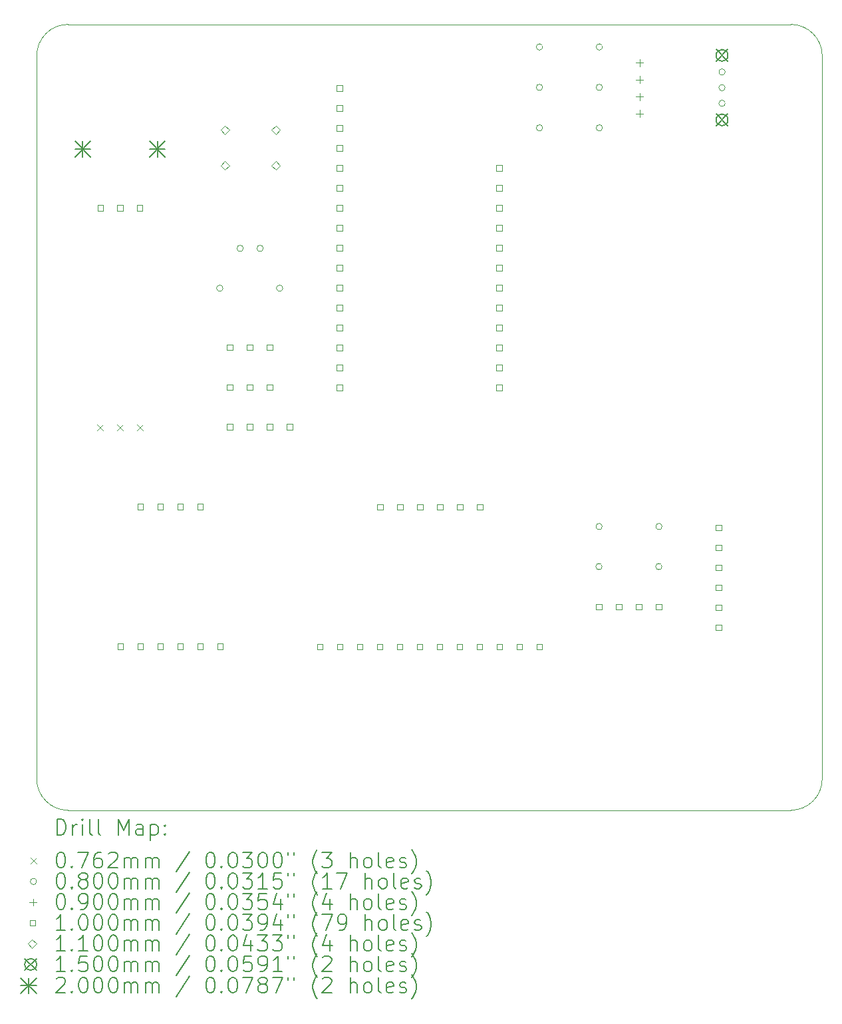
<source format=gbr>
%TF.GenerationSoftware,KiCad,Pcbnew,8.0.8*%
%TF.CreationDate,2025-02-12T12:00:41+01:00*%
%TF.ProjectId,tesi,74657369-2e6b-4696-9361-645f70636258,rev?*%
%TF.SameCoordinates,Original*%
%TF.FileFunction,Drillmap*%
%TF.FilePolarity,Positive*%
%FSLAX45Y45*%
G04 Gerber Fmt 4.5, Leading zero omitted, Abs format (unit mm)*
G04 Created by KiCad (PCBNEW 8.0.8) date 2025-02-12 12:00:41*
%MOMM*%
%LPD*%
G01*
G04 APERTURE LIST*
%ADD10C,0.038100*%
%ADD11C,0.200000*%
%ADD12C,0.100000*%
%ADD13C,0.110000*%
%ADD14C,0.150000*%
G04 APERTURE END LIST*
D10*
X5066134Y-12912393D02*
X5066134Y-3712393D01*
X5466134Y-3312393D02*
X14666133Y-3312393D01*
X14666133Y-3312393D02*
G75*
G02*
X15066137Y-3712393I-4J-400007D01*
G01*
X14666133Y-13312393D02*
X5466134Y-13312393D01*
X5066134Y-3712393D02*
G75*
G02*
X5466134Y-3312393I399997J3D01*
G01*
X15066133Y-3712393D02*
X15066133Y-12912393D01*
X15066133Y-12912393D02*
G75*
G02*
X14666133Y-13312393I-400014J13D01*
G01*
X5466134Y-13312393D02*
G75*
G02*
X5066137Y-12912393I-4J399993D01*
G01*
D11*
D12*
X5834276Y-8405949D02*
X5910476Y-8482149D01*
X5910476Y-8405949D02*
X5834276Y-8482149D01*
X6088276Y-8405949D02*
X6164476Y-8482149D01*
X6164476Y-8405949D02*
X6088276Y-8482149D01*
X6342276Y-8405949D02*
X6418476Y-8482149D01*
X6418476Y-8405949D02*
X6342276Y-8482149D01*
X7436810Y-6669048D02*
G75*
G02*
X7356810Y-6669048I-40000J0D01*
G01*
X7356810Y-6669048D02*
G75*
G02*
X7436810Y-6669048I40000J0D01*
G01*
X7695810Y-6163048D02*
G75*
G02*
X7615810Y-6163048I-40000J0D01*
G01*
X7615810Y-6163048D02*
G75*
G02*
X7695810Y-6163048I40000J0D01*
G01*
X7949810Y-6163048D02*
G75*
G02*
X7869810Y-6163048I-40000J0D01*
G01*
X7869810Y-6163048D02*
G75*
G02*
X7949810Y-6163048I40000J0D01*
G01*
X8198810Y-6669048D02*
G75*
G02*
X8118810Y-6669048I-40000J0D01*
G01*
X8118810Y-6669048D02*
G75*
G02*
X8198810Y-6669048I40000J0D01*
G01*
X11506376Y-3599048D02*
G75*
G02*
X11426376Y-3599048I-40000J0D01*
G01*
X11426376Y-3599048D02*
G75*
G02*
X11506376Y-3599048I40000J0D01*
G01*
X11506376Y-4114048D02*
G75*
G02*
X11426376Y-4114048I-40000J0D01*
G01*
X11426376Y-4114048D02*
G75*
G02*
X11506376Y-4114048I40000J0D01*
G01*
X11506376Y-4629049D02*
G75*
G02*
X11426376Y-4629049I-40000J0D01*
G01*
X11426376Y-4629049D02*
G75*
G02*
X11506376Y-4629049I40000J0D01*
G01*
X12263605Y-10211986D02*
G75*
G02*
X12183605Y-10211986I-40000J0D01*
G01*
X12183605Y-10211986D02*
G75*
G02*
X12263605Y-10211986I40000J0D01*
G01*
X12264605Y-9701986D02*
G75*
G02*
X12184605Y-9701986I-40000J0D01*
G01*
X12184605Y-9701986D02*
G75*
G02*
X12264605Y-9701986I40000J0D01*
G01*
X12268376Y-3599048D02*
G75*
G02*
X12188376Y-3599048I-40000J0D01*
G01*
X12188376Y-3599048D02*
G75*
G02*
X12268376Y-3599048I40000J0D01*
G01*
X12268376Y-4114048D02*
G75*
G02*
X12188376Y-4114048I-40000J0D01*
G01*
X12188376Y-4114048D02*
G75*
G02*
X12268376Y-4114048I40000J0D01*
G01*
X12268376Y-4629049D02*
G75*
G02*
X12188376Y-4629049I-40000J0D01*
G01*
X12188376Y-4629049D02*
G75*
G02*
X12268376Y-4629049I40000J0D01*
G01*
X13025605Y-10211986D02*
G75*
G02*
X12945605Y-10211986I-40000J0D01*
G01*
X12945605Y-10211986D02*
G75*
G02*
X13025605Y-10211986I40000J0D01*
G01*
X13026605Y-9701986D02*
G75*
G02*
X12946605Y-9701986I-40000J0D01*
G01*
X12946605Y-9701986D02*
G75*
G02*
X13026605Y-9701986I40000J0D01*
G01*
X13830376Y-3917048D02*
G75*
G02*
X13750376Y-3917048I-40000J0D01*
G01*
X13750376Y-3917048D02*
G75*
G02*
X13830376Y-3917048I40000J0D01*
G01*
X13830376Y-4117048D02*
G75*
G02*
X13750376Y-4117048I-40000J0D01*
G01*
X13750376Y-4117048D02*
G75*
G02*
X13830376Y-4117048I40000J0D01*
G01*
X13830376Y-4317049D02*
G75*
G02*
X13750376Y-4317049I-40000J0D01*
G01*
X13750376Y-4317049D02*
G75*
G02*
X13830376Y-4317049I40000J0D01*
G01*
X12740376Y-3755548D02*
X12740376Y-3845548D01*
X12695376Y-3800548D02*
X12785376Y-3800548D01*
X12740376Y-3971448D02*
X12740376Y-4061448D01*
X12695376Y-4016448D02*
X12785376Y-4016448D01*
X12740376Y-4187348D02*
X12740376Y-4277349D01*
X12695376Y-4232349D02*
X12785376Y-4232349D01*
X12740376Y-4403249D02*
X12740376Y-4493249D01*
X12695376Y-4448249D02*
X12785376Y-4448249D01*
X5912732Y-5684404D02*
X5912732Y-5613693D01*
X5842020Y-5613693D01*
X5842020Y-5684404D01*
X5912732Y-5684404D01*
X6162732Y-5684404D02*
X6162732Y-5613693D01*
X6092020Y-5613693D01*
X6092020Y-5684404D01*
X6162732Y-5684404D01*
X6163902Y-11264266D02*
X6163902Y-11193555D01*
X6093190Y-11193555D01*
X6093190Y-11264266D01*
X6163902Y-11264266D01*
X6412732Y-5684404D02*
X6412732Y-5613693D01*
X6342020Y-5613693D01*
X6342020Y-5684404D01*
X6412732Y-5684404D01*
X6417902Y-9486267D02*
X6417902Y-9415555D01*
X6347190Y-9415555D01*
X6347190Y-9486267D01*
X6417902Y-9486267D01*
X6417902Y-11264266D02*
X6417902Y-11193555D01*
X6347190Y-11193555D01*
X6347190Y-11264266D01*
X6417902Y-11264266D01*
X6671902Y-9486267D02*
X6671902Y-9415555D01*
X6601190Y-9415555D01*
X6601190Y-9486267D01*
X6671902Y-9486267D01*
X6671902Y-11264266D02*
X6671902Y-11193555D01*
X6601190Y-11193555D01*
X6601190Y-11264266D01*
X6671902Y-11264266D01*
X6925902Y-9486267D02*
X6925902Y-9415555D01*
X6855190Y-9415555D01*
X6855190Y-9486267D01*
X6925902Y-9486267D01*
X6925902Y-11264266D02*
X6925902Y-11193555D01*
X6855190Y-11193555D01*
X6855190Y-11264266D01*
X6925902Y-11264266D01*
X7179902Y-9486267D02*
X7179902Y-9415555D01*
X7109190Y-9415555D01*
X7109190Y-9486267D01*
X7179902Y-9486267D01*
X7179902Y-11264266D02*
X7179902Y-11193555D01*
X7109190Y-11193555D01*
X7109190Y-11264266D01*
X7179902Y-11264266D01*
X7433902Y-11264266D02*
X7433902Y-11193555D01*
X7363190Y-11193555D01*
X7363190Y-11264266D01*
X7433902Y-11264266D01*
X7560665Y-7455262D02*
X7560665Y-7384551D01*
X7489954Y-7384551D01*
X7489954Y-7455262D01*
X7560665Y-7455262D01*
X7560665Y-7962762D02*
X7560665Y-7892051D01*
X7489954Y-7892051D01*
X7489954Y-7962762D01*
X7560665Y-7962762D01*
X7560665Y-8470262D02*
X7560665Y-8399551D01*
X7489954Y-8399551D01*
X7489954Y-8470262D01*
X7560665Y-8470262D01*
X7814665Y-7455262D02*
X7814665Y-7384551D01*
X7743954Y-7384551D01*
X7743954Y-7455262D01*
X7814665Y-7455262D01*
X7814665Y-7962762D02*
X7814665Y-7892051D01*
X7743954Y-7892051D01*
X7743954Y-7962762D01*
X7814665Y-7962762D01*
X7814665Y-8470262D02*
X7814665Y-8399551D01*
X7743954Y-8399551D01*
X7743954Y-8470262D01*
X7814665Y-8470262D01*
X8068665Y-7455262D02*
X8068665Y-7384551D01*
X7997954Y-7384551D01*
X7997954Y-7455262D01*
X8068665Y-7455262D01*
X8068665Y-7962762D02*
X8068665Y-7892051D01*
X7997954Y-7892051D01*
X7997954Y-7962762D01*
X8068665Y-7962762D01*
X8068665Y-8470262D02*
X8068665Y-8399551D01*
X7997954Y-8399551D01*
X7997954Y-8470262D01*
X8068665Y-8470262D01*
X8322665Y-8470262D02*
X8322665Y-8399551D01*
X8251954Y-8399551D01*
X8251954Y-8470262D01*
X8322665Y-8470262D01*
X8707732Y-11265404D02*
X8707732Y-11194693D01*
X8637020Y-11194693D01*
X8637020Y-11265404D01*
X8707732Y-11265404D01*
X8955732Y-4159404D02*
X8955732Y-4088693D01*
X8885020Y-4088693D01*
X8885020Y-4159404D01*
X8955732Y-4159404D01*
X8955732Y-4413404D02*
X8955732Y-4342693D01*
X8885020Y-4342693D01*
X8885020Y-4413404D01*
X8955732Y-4413404D01*
X8955732Y-4667404D02*
X8955732Y-4596693D01*
X8885020Y-4596693D01*
X8885020Y-4667404D01*
X8955732Y-4667404D01*
X8955732Y-4921404D02*
X8955732Y-4850693D01*
X8885020Y-4850693D01*
X8885020Y-4921404D01*
X8955732Y-4921404D01*
X8955732Y-5175404D02*
X8955732Y-5104693D01*
X8885020Y-5104693D01*
X8885020Y-5175404D01*
X8955732Y-5175404D01*
X8955732Y-5429404D02*
X8955732Y-5358693D01*
X8885020Y-5358693D01*
X8885020Y-5429404D01*
X8955732Y-5429404D01*
X8955732Y-5683404D02*
X8955732Y-5612693D01*
X8885020Y-5612693D01*
X8885020Y-5683404D01*
X8955732Y-5683404D01*
X8955732Y-5937404D02*
X8955732Y-5866693D01*
X8885020Y-5866693D01*
X8885020Y-5937404D01*
X8955732Y-5937404D01*
X8955732Y-6191404D02*
X8955732Y-6120693D01*
X8885020Y-6120693D01*
X8885020Y-6191404D01*
X8955732Y-6191404D01*
X8955732Y-6445404D02*
X8955732Y-6374693D01*
X8885020Y-6374693D01*
X8885020Y-6445404D01*
X8955732Y-6445404D01*
X8955732Y-6699404D02*
X8955732Y-6628693D01*
X8885020Y-6628693D01*
X8885020Y-6699404D01*
X8955732Y-6699404D01*
X8955732Y-6953404D02*
X8955732Y-6882693D01*
X8885020Y-6882693D01*
X8885020Y-6953404D01*
X8955732Y-6953404D01*
X8955732Y-7207404D02*
X8955732Y-7136693D01*
X8885020Y-7136693D01*
X8885020Y-7207404D01*
X8955732Y-7207404D01*
X8955732Y-7461404D02*
X8955732Y-7390693D01*
X8885020Y-7390693D01*
X8885020Y-7461404D01*
X8955732Y-7461404D01*
X8955732Y-7715404D02*
X8955732Y-7644693D01*
X8885020Y-7644693D01*
X8885020Y-7715404D01*
X8955732Y-7715404D01*
X8955732Y-7969404D02*
X8955732Y-7898693D01*
X8885020Y-7898693D01*
X8885020Y-7969404D01*
X8955732Y-7969404D01*
X8961732Y-11265404D02*
X8961732Y-11194693D01*
X8891020Y-11194693D01*
X8891020Y-11265404D01*
X8961732Y-11265404D01*
X9215732Y-11265404D02*
X9215732Y-11194693D01*
X9145020Y-11194693D01*
X9145020Y-11265404D01*
X9215732Y-11265404D01*
X9469732Y-11265404D02*
X9469732Y-11194693D01*
X9399020Y-11194693D01*
X9399020Y-11265404D01*
X9469732Y-11265404D01*
X9471732Y-9490404D02*
X9471732Y-9419693D01*
X9401020Y-9419693D01*
X9401020Y-9490404D01*
X9471732Y-9490404D01*
X9723732Y-11265404D02*
X9723732Y-11194693D01*
X9653020Y-11194693D01*
X9653020Y-11265404D01*
X9723732Y-11265404D01*
X9725732Y-9490404D02*
X9725732Y-9419693D01*
X9655020Y-9419693D01*
X9655020Y-9490404D01*
X9725732Y-9490404D01*
X9977732Y-11265404D02*
X9977732Y-11194693D01*
X9907020Y-11194693D01*
X9907020Y-11265404D01*
X9977732Y-11265404D01*
X9979732Y-9490404D02*
X9979732Y-9419693D01*
X9909020Y-9419693D01*
X9909020Y-9490404D01*
X9979732Y-9490404D01*
X10231732Y-11265404D02*
X10231732Y-11194693D01*
X10161020Y-11194693D01*
X10161020Y-11265404D01*
X10231732Y-11265404D01*
X10233732Y-9490404D02*
X10233732Y-9419693D01*
X10163020Y-9419693D01*
X10163020Y-9490404D01*
X10233732Y-9490404D01*
X10485732Y-11265404D02*
X10485732Y-11194693D01*
X10415020Y-11194693D01*
X10415020Y-11265404D01*
X10485732Y-11265404D01*
X10487732Y-9490404D02*
X10487732Y-9419693D01*
X10417020Y-9419693D01*
X10417020Y-9490404D01*
X10487732Y-9490404D01*
X10739732Y-11265404D02*
X10739732Y-11194693D01*
X10669020Y-11194693D01*
X10669020Y-11265404D01*
X10739732Y-11265404D01*
X10741732Y-9490404D02*
X10741732Y-9419693D01*
X10671020Y-9419693D01*
X10671020Y-9490404D01*
X10741732Y-9490404D01*
X10987732Y-5175404D02*
X10987732Y-5104693D01*
X10917020Y-5104693D01*
X10917020Y-5175404D01*
X10987732Y-5175404D01*
X10987732Y-5429404D02*
X10987732Y-5358693D01*
X10917020Y-5358693D01*
X10917020Y-5429404D01*
X10987732Y-5429404D01*
X10987732Y-5683404D02*
X10987732Y-5612693D01*
X10917020Y-5612693D01*
X10917020Y-5683404D01*
X10987732Y-5683404D01*
X10987732Y-5937404D02*
X10987732Y-5866693D01*
X10917020Y-5866693D01*
X10917020Y-5937404D01*
X10987732Y-5937404D01*
X10987732Y-6191404D02*
X10987732Y-6120693D01*
X10917020Y-6120693D01*
X10917020Y-6191404D01*
X10987732Y-6191404D01*
X10987732Y-6445404D02*
X10987732Y-6374693D01*
X10917020Y-6374693D01*
X10917020Y-6445404D01*
X10987732Y-6445404D01*
X10987732Y-6699404D02*
X10987732Y-6628693D01*
X10917020Y-6628693D01*
X10917020Y-6699404D01*
X10987732Y-6699404D01*
X10987732Y-6953404D02*
X10987732Y-6882693D01*
X10917020Y-6882693D01*
X10917020Y-6953404D01*
X10987732Y-6953404D01*
X10987732Y-7207404D02*
X10987732Y-7136693D01*
X10917020Y-7136693D01*
X10917020Y-7207404D01*
X10987732Y-7207404D01*
X10987732Y-7461404D02*
X10987732Y-7390693D01*
X10917020Y-7390693D01*
X10917020Y-7461404D01*
X10987732Y-7461404D01*
X10987732Y-7715404D02*
X10987732Y-7644693D01*
X10917020Y-7644693D01*
X10917020Y-7715404D01*
X10987732Y-7715404D01*
X10987732Y-7969404D02*
X10987732Y-7898693D01*
X10917020Y-7898693D01*
X10917020Y-7969404D01*
X10987732Y-7969404D01*
X10993732Y-11265404D02*
X10993732Y-11194693D01*
X10923020Y-11194693D01*
X10923020Y-11265404D01*
X10993732Y-11265404D01*
X11247732Y-11265404D02*
X11247732Y-11194693D01*
X11177020Y-11194693D01*
X11177020Y-11265404D01*
X11247732Y-11265404D01*
X11501732Y-11265404D02*
X11501732Y-11194693D01*
X11431020Y-11194693D01*
X11431020Y-11265404D01*
X11501732Y-11265404D01*
X12259188Y-10756808D02*
X12259188Y-10686097D01*
X12188476Y-10686097D01*
X12188476Y-10756808D01*
X12259188Y-10756808D01*
X12513188Y-10756808D02*
X12513188Y-10686097D01*
X12442476Y-10686097D01*
X12442476Y-10756808D01*
X12513188Y-10756808D01*
X12767188Y-10756808D02*
X12767188Y-10686097D01*
X12696476Y-10686097D01*
X12696476Y-10756808D01*
X12767188Y-10756808D01*
X13021188Y-10756808D02*
X13021188Y-10686097D01*
X12950476Y-10686097D01*
X12950476Y-10756808D01*
X13021188Y-10756808D01*
X13782732Y-9749404D02*
X13782732Y-9678693D01*
X13712020Y-9678693D01*
X13712020Y-9749404D01*
X13782732Y-9749404D01*
X13782732Y-10003404D02*
X13782732Y-9932693D01*
X13712020Y-9932693D01*
X13712020Y-10003404D01*
X13782732Y-10003404D01*
X13782732Y-10257404D02*
X13782732Y-10186693D01*
X13712020Y-10186693D01*
X13712020Y-10257404D01*
X13782732Y-10257404D01*
X13782732Y-10511404D02*
X13782732Y-10440693D01*
X13712020Y-10440693D01*
X13712020Y-10511404D01*
X13782732Y-10511404D01*
X13782732Y-10765404D02*
X13782732Y-10694693D01*
X13712020Y-10694693D01*
X13712020Y-10765404D01*
X13782732Y-10765404D01*
X13782732Y-11019404D02*
X13782732Y-10948693D01*
X13712020Y-10948693D01*
X13712020Y-11019404D01*
X13782732Y-11019404D01*
D13*
X7462376Y-4712049D02*
X7517376Y-4657049D01*
X7462376Y-4602049D01*
X7407376Y-4657049D01*
X7462376Y-4712049D01*
X7462376Y-5162049D02*
X7517376Y-5107049D01*
X7462376Y-5052049D01*
X7407376Y-5107049D01*
X7462376Y-5162049D01*
X8112376Y-4712049D02*
X8167376Y-4657049D01*
X8112376Y-4602049D01*
X8057376Y-4657049D01*
X8112376Y-4712049D01*
X8112376Y-5162049D02*
X8167376Y-5107049D01*
X8112376Y-5052049D01*
X8057376Y-5107049D01*
X8112376Y-5162049D01*
D14*
X13715376Y-3632048D02*
X13865376Y-3782048D01*
X13865376Y-3632048D02*
X13715376Y-3782048D01*
X13865376Y-3707048D02*
G75*
G02*
X13715376Y-3707048I-75000J0D01*
G01*
X13715376Y-3707048D02*
G75*
G02*
X13865376Y-3707048I75000J0D01*
G01*
X13715376Y-4452049D02*
X13865376Y-4602049D01*
X13865376Y-4452049D02*
X13715376Y-4602049D01*
X13865376Y-4527049D02*
G75*
G02*
X13715376Y-4527049I-75000J0D01*
G01*
X13715376Y-4527049D02*
G75*
G02*
X13865376Y-4527049I75000J0D01*
G01*
D11*
X5552376Y-4799049D02*
X5752376Y-4999049D01*
X5752376Y-4799049D02*
X5552376Y-4999049D01*
X5652376Y-4799049D02*
X5652376Y-4999049D01*
X5552376Y-4899049D02*
X5752376Y-4899049D01*
X6502376Y-4799049D02*
X6702376Y-4999049D01*
X6702376Y-4799049D02*
X6502376Y-4999049D01*
X6602376Y-4799049D02*
X6602376Y-4999049D01*
X6502376Y-4899049D02*
X6702376Y-4899049D01*
X5325005Y-13625782D02*
X5325005Y-13425782D01*
X5325005Y-13425782D02*
X5372624Y-13425782D01*
X5372624Y-13425782D02*
X5401196Y-13435306D01*
X5401196Y-13435306D02*
X5420243Y-13454353D01*
X5420243Y-13454353D02*
X5429767Y-13473401D01*
X5429767Y-13473401D02*
X5439291Y-13511496D01*
X5439291Y-13511496D02*
X5439291Y-13540068D01*
X5439291Y-13540068D02*
X5429767Y-13578163D01*
X5429767Y-13578163D02*
X5420243Y-13597210D01*
X5420243Y-13597210D02*
X5401196Y-13616258D01*
X5401196Y-13616258D02*
X5372624Y-13625782D01*
X5372624Y-13625782D02*
X5325005Y-13625782D01*
X5525005Y-13625782D02*
X5525005Y-13492449D01*
X5525005Y-13530544D02*
X5534529Y-13511496D01*
X5534529Y-13511496D02*
X5544053Y-13501972D01*
X5544053Y-13501972D02*
X5563101Y-13492449D01*
X5563101Y-13492449D02*
X5582148Y-13492449D01*
X5648815Y-13625782D02*
X5648815Y-13492449D01*
X5648815Y-13425782D02*
X5639291Y-13435306D01*
X5639291Y-13435306D02*
X5648815Y-13444830D01*
X5648815Y-13444830D02*
X5658339Y-13435306D01*
X5658339Y-13435306D02*
X5648815Y-13425782D01*
X5648815Y-13425782D02*
X5648815Y-13444830D01*
X5772624Y-13625782D02*
X5753577Y-13616258D01*
X5753577Y-13616258D02*
X5744053Y-13597210D01*
X5744053Y-13597210D02*
X5744053Y-13425782D01*
X5877386Y-13625782D02*
X5858339Y-13616258D01*
X5858339Y-13616258D02*
X5848815Y-13597210D01*
X5848815Y-13597210D02*
X5848815Y-13425782D01*
X6105958Y-13625782D02*
X6105958Y-13425782D01*
X6105958Y-13425782D02*
X6172624Y-13568639D01*
X6172624Y-13568639D02*
X6239291Y-13425782D01*
X6239291Y-13425782D02*
X6239291Y-13625782D01*
X6420243Y-13625782D02*
X6420243Y-13521020D01*
X6420243Y-13521020D02*
X6410720Y-13501972D01*
X6410720Y-13501972D02*
X6391672Y-13492449D01*
X6391672Y-13492449D02*
X6353577Y-13492449D01*
X6353577Y-13492449D02*
X6334529Y-13501972D01*
X6420243Y-13616258D02*
X6401196Y-13625782D01*
X6401196Y-13625782D02*
X6353577Y-13625782D01*
X6353577Y-13625782D02*
X6334529Y-13616258D01*
X6334529Y-13616258D02*
X6325005Y-13597210D01*
X6325005Y-13597210D02*
X6325005Y-13578163D01*
X6325005Y-13578163D02*
X6334529Y-13559115D01*
X6334529Y-13559115D02*
X6353577Y-13549591D01*
X6353577Y-13549591D02*
X6401196Y-13549591D01*
X6401196Y-13549591D02*
X6420243Y-13540068D01*
X6515481Y-13492449D02*
X6515481Y-13692449D01*
X6515481Y-13501972D02*
X6534529Y-13492449D01*
X6534529Y-13492449D02*
X6572624Y-13492449D01*
X6572624Y-13492449D02*
X6591672Y-13501972D01*
X6591672Y-13501972D02*
X6601196Y-13511496D01*
X6601196Y-13511496D02*
X6610720Y-13530544D01*
X6610720Y-13530544D02*
X6610720Y-13587687D01*
X6610720Y-13587687D02*
X6601196Y-13606734D01*
X6601196Y-13606734D02*
X6591672Y-13616258D01*
X6591672Y-13616258D02*
X6572624Y-13625782D01*
X6572624Y-13625782D02*
X6534529Y-13625782D01*
X6534529Y-13625782D02*
X6515481Y-13616258D01*
X6696434Y-13606734D02*
X6705958Y-13616258D01*
X6705958Y-13616258D02*
X6696434Y-13625782D01*
X6696434Y-13625782D02*
X6686910Y-13616258D01*
X6686910Y-13616258D02*
X6696434Y-13606734D01*
X6696434Y-13606734D02*
X6696434Y-13625782D01*
X6696434Y-13501972D02*
X6705958Y-13511496D01*
X6705958Y-13511496D02*
X6696434Y-13521020D01*
X6696434Y-13521020D02*
X6686910Y-13511496D01*
X6686910Y-13511496D02*
X6696434Y-13501972D01*
X6696434Y-13501972D02*
X6696434Y-13521020D01*
D12*
X4988029Y-13916198D02*
X5064229Y-13992398D01*
X5064229Y-13916198D02*
X4988029Y-13992398D01*
D11*
X5363101Y-13845782D02*
X5382148Y-13845782D01*
X5382148Y-13845782D02*
X5401196Y-13855306D01*
X5401196Y-13855306D02*
X5410720Y-13864830D01*
X5410720Y-13864830D02*
X5420243Y-13883877D01*
X5420243Y-13883877D02*
X5429767Y-13921972D01*
X5429767Y-13921972D02*
X5429767Y-13969591D01*
X5429767Y-13969591D02*
X5420243Y-14007687D01*
X5420243Y-14007687D02*
X5410720Y-14026734D01*
X5410720Y-14026734D02*
X5401196Y-14036258D01*
X5401196Y-14036258D02*
X5382148Y-14045782D01*
X5382148Y-14045782D02*
X5363101Y-14045782D01*
X5363101Y-14045782D02*
X5344053Y-14036258D01*
X5344053Y-14036258D02*
X5334529Y-14026734D01*
X5334529Y-14026734D02*
X5325005Y-14007687D01*
X5325005Y-14007687D02*
X5315482Y-13969591D01*
X5315482Y-13969591D02*
X5315482Y-13921972D01*
X5315482Y-13921972D02*
X5325005Y-13883877D01*
X5325005Y-13883877D02*
X5334529Y-13864830D01*
X5334529Y-13864830D02*
X5344053Y-13855306D01*
X5344053Y-13855306D02*
X5363101Y-13845782D01*
X5515482Y-14026734D02*
X5525005Y-14036258D01*
X5525005Y-14036258D02*
X5515482Y-14045782D01*
X5515482Y-14045782D02*
X5505958Y-14036258D01*
X5505958Y-14036258D02*
X5515482Y-14026734D01*
X5515482Y-14026734D02*
X5515482Y-14045782D01*
X5591672Y-13845782D02*
X5725005Y-13845782D01*
X5725005Y-13845782D02*
X5639291Y-14045782D01*
X5886910Y-13845782D02*
X5848815Y-13845782D01*
X5848815Y-13845782D02*
X5829767Y-13855306D01*
X5829767Y-13855306D02*
X5820243Y-13864830D01*
X5820243Y-13864830D02*
X5801196Y-13893401D01*
X5801196Y-13893401D02*
X5791672Y-13931496D01*
X5791672Y-13931496D02*
X5791672Y-14007687D01*
X5791672Y-14007687D02*
X5801196Y-14026734D01*
X5801196Y-14026734D02*
X5810720Y-14036258D01*
X5810720Y-14036258D02*
X5829767Y-14045782D01*
X5829767Y-14045782D02*
X5867862Y-14045782D01*
X5867862Y-14045782D02*
X5886910Y-14036258D01*
X5886910Y-14036258D02*
X5896434Y-14026734D01*
X5896434Y-14026734D02*
X5905958Y-14007687D01*
X5905958Y-14007687D02*
X5905958Y-13960068D01*
X5905958Y-13960068D02*
X5896434Y-13941020D01*
X5896434Y-13941020D02*
X5886910Y-13931496D01*
X5886910Y-13931496D02*
X5867862Y-13921972D01*
X5867862Y-13921972D02*
X5829767Y-13921972D01*
X5829767Y-13921972D02*
X5810720Y-13931496D01*
X5810720Y-13931496D02*
X5801196Y-13941020D01*
X5801196Y-13941020D02*
X5791672Y-13960068D01*
X5982148Y-13864830D02*
X5991672Y-13855306D01*
X5991672Y-13855306D02*
X6010720Y-13845782D01*
X6010720Y-13845782D02*
X6058339Y-13845782D01*
X6058339Y-13845782D02*
X6077386Y-13855306D01*
X6077386Y-13855306D02*
X6086910Y-13864830D01*
X6086910Y-13864830D02*
X6096434Y-13883877D01*
X6096434Y-13883877D02*
X6096434Y-13902925D01*
X6096434Y-13902925D02*
X6086910Y-13931496D01*
X6086910Y-13931496D02*
X5972624Y-14045782D01*
X5972624Y-14045782D02*
X6096434Y-14045782D01*
X6182148Y-14045782D02*
X6182148Y-13912449D01*
X6182148Y-13931496D02*
X6191672Y-13921972D01*
X6191672Y-13921972D02*
X6210720Y-13912449D01*
X6210720Y-13912449D02*
X6239291Y-13912449D01*
X6239291Y-13912449D02*
X6258339Y-13921972D01*
X6258339Y-13921972D02*
X6267862Y-13941020D01*
X6267862Y-13941020D02*
X6267862Y-14045782D01*
X6267862Y-13941020D02*
X6277386Y-13921972D01*
X6277386Y-13921972D02*
X6296434Y-13912449D01*
X6296434Y-13912449D02*
X6325005Y-13912449D01*
X6325005Y-13912449D02*
X6344053Y-13921972D01*
X6344053Y-13921972D02*
X6353577Y-13941020D01*
X6353577Y-13941020D02*
X6353577Y-14045782D01*
X6448815Y-14045782D02*
X6448815Y-13912449D01*
X6448815Y-13931496D02*
X6458339Y-13921972D01*
X6458339Y-13921972D02*
X6477386Y-13912449D01*
X6477386Y-13912449D02*
X6505958Y-13912449D01*
X6505958Y-13912449D02*
X6525005Y-13921972D01*
X6525005Y-13921972D02*
X6534529Y-13941020D01*
X6534529Y-13941020D02*
X6534529Y-14045782D01*
X6534529Y-13941020D02*
X6544053Y-13921972D01*
X6544053Y-13921972D02*
X6563101Y-13912449D01*
X6563101Y-13912449D02*
X6591672Y-13912449D01*
X6591672Y-13912449D02*
X6610720Y-13921972D01*
X6610720Y-13921972D02*
X6620243Y-13941020D01*
X6620243Y-13941020D02*
X6620243Y-14045782D01*
X7010720Y-13836258D02*
X6839291Y-14093401D01*
X7267863Y-13845782D02*
X7286910Y-13845782D01*
X7286910Y-13845782D02*
X7305958Y-13855306D01*
X7305958Y-13855306D02*
X7315482Y-13864830D01*
X7315482Y-13864830D02*
X7325005Y-13883877D01*
X7325005Y-13883877D02*
X7334529Y-13921972D01*
X7334529Y-13921972D02*
X7334529Y-13969591D01*
X7334529Y-13969591D02*
X7325005Y-14007687D01*
X7325005Y-14007687D02*
X7315482Y-14026734D01*
X7315482Y-14026734D02*
X7305958Y-14036258D01*
X7305958Y-14036258D02*
X7286910Y-14045782D01*
X7286910Y-14045782D02*
X7267863Y-14045782D01*
X7267863Y-14045782D02*
X7248815Y-14036258D01*
X7248815Y-14036258D02*
X7239291Y-14026734D01*
X7239291Y-14026734D02*
X7229767Y-14007687D01*
X7229767Y-14007687D02*
X7220244Y-13969591D01*
X7220244Y-13969591D02*
X7220244Y-13921972D01*
X7220244Y-13921972D02*
X7229767Y-13883877D01*
X7229767Y-13883877D02*
X7239291Y-13864830D01*
X7239291Y-13864830D02*
X7248815Y-13855306D01*
X7248815Y-13855306D02*
X7267863Y-13845782D01*
X7420244Y-14026734D02*
X7429767Y-14036258D01*
X7429767Y-14036258D02*
X7420244Y-14045782D01*
X7420244Y-14045782D02*
X7410720Y-14036258D01*
X7410720Y-14036258D02*
X7420244Y-14026734D01*
X7420244Y-14026734D02*
X7420244Y-14045782D01*
X7553577Y-13845782D02*
X7572625Y-13845782D01*
X7572625Y-13845782D02*
X7591672Y-13855306D01*
X7591672Y-13855306D02*
X7601196Y-13864830D01*
X7601196Y-13864830D02*
X7610720Y-13883877D01*
X7610720Y-13883877D02*
X7620244Y-13921972D01*
X7620244Y-13921972D02*
X7620244Y-13969591D01*
X7620244Y-13969591D02*
X7610720Y-14007687D01*
X7610720Y-14007687D02*
X7601196Y-14026734D01*
X7601196Y-14026734D02*
X7591672Y-14036258D01*
X7591672Y-14036258D02*
X7572625Y-14045782D01*
X7572625Y-14045782D02*
X7553577Y-14045782D01*
X7553577Y-14045782D02*
X7534529Y-14036258D01*
X7534529Y-14036258D02*
X7525005Y-14026734D01*
X7525005Y-14026734D02*
X7515482Y-14007687D01*
X7515482Y-14007687D02*
X7505958Y-13969591D01*
X7505958Y-13969591D02*
X7505958Y-13921972D01*
X7505958Y-13921972D02*
X7515482Y-13883877D01*
X7515482Y-13883877D02*
X7525005Y-13864830D01*
X7525005Y-13864830D02*
X7534529Y-13855306D01*
X7534529Y-13855306D02*
X7553577Y-13845782D01*
X7686910Y-13845782D02*
X7810720Y-13845782D01*
X7810720Y-13845782D02*
X7744053Y-13921972D01*
X7744053Y-13921972D02*
X7772625Y-13921972D01*
X7772625Y-13921972D02*
X7791672Y-13931496D01*
X7791672Y-13931496D02*
X7801196Y-13941020D01*
X7801196Y-13941020D02*
X7810720Y-13960068D01*
X7810720Y-13960068D02*
X7810720Y-14007687D01*
X7810720Y-14007687D02*
X7801196Y-14026734D01*
X7801196Y-14026734D02*
X7791672Y-14036258D01*
X7791672Y-14036258D02*
X7772625Y-14045782D01*
X7772625Y-14045782D02*
X7715482Y-14045782D01*
X7715482Y-14045782D02*
X7696434Y-14036258D01*
X7696434Y-14036258D02*
X7686910Y-14026734D01*
X7934529Y-13845782D02*
X7953577Y-13845782D01*
X7953577Y-13845782D02*
X7972625Y-13855306D01*
X7972625Y-13855306D02*
X7982148Y-13864830D01*
X7982148Y-13864830D02*
X7991672Y-13883877D01*
X7991672Y-13883877D02*
X8001196Y-13921972D01*
X8001196Y-13921972D02*
X8001196Y-13969591D01*
X8001196Y-13969591D02*
X7991672Y-14007687D01*
X7991672Y-14007687D02*
X7982148Y-14026734D01*
X7982148Y-14026734D02*
X7972625Y-14036258D01*
X7972625Y-14036258D02*
X7953577Y-14045782D01*
X7953577Y-14045782D02*
X7934529Y-14045782D01*
X7934529Y-14045782D02*
X7915482Y-14036258D01*
X7915482Y-14036258D02*
X7905958Y-14026734D01*
X7905958Y-14026734D02*
X7896434Y-14007687D01*
X7896434Y-14007687D02*
X7886910Y-13969591D01*
X7886910Y-13969591D02*
X7886910Y-13921972D01*
X7886910Y-13921972D02*
X7896434Y-13883877D01*
X7896434Y-13883877D02*
X7905958Y-13864830D01*
X7905958Y-13864830D02*
X7915482Y-13855306D01*
X7915482Y-13855306D02*
X7934529Y-13845782D01*
X8125005Y-13845782D02*
X8144053Y-13845782D01*
X8144053Y-13845782D02*
X8163101Y-13855306D01*
X8163101Y-13855306D02*
X8172625Y-13864830D01*
X8172625Y-13864830D02*
X8182148Y-13883877D01*
X8182148Y-13883877D02*
X8191672Y-13921972D01*
X8191672Y-13921972D02*
X8191672Y-13969591D01*
X8191672Y-13969591D02*
X8182148Y-14007687D01*
X8182148Y-14007687D02*
X8172625Y-14026734D01*
X8172625Y-14026734D02*
X8163101Y-14036258D01*
X8163101Y-14036258D02*
X8144053Y-14045782D01*
X8144053Y-14045782D02*
X8125005Y-14045782D01*
X8125005Y-14045782D02*
X8105958Y-14036258D01*
X8105958Y-14036258D02*
X8096434Y-14026734D01*
X8096434Y-14026734D02*
X8086910Y-14007687D01*
X8086910Y-14007687D02*
X8077386Y-13969591D01*
X8077386Y-13969591D02*
X8077386Y-13921972D01*
X8077386Y-13921972D02*
X8086910Y-13883877D01*
X8086910Y-13883877D02*
X8096434Y-13864830D01*
X8096434Y-13864830D02*
X8105958Y-13855306D01*
X8105958Y-13855306D02*
X8125005Y-13845782D01*
X8267863Y-13845782D02*
X8267863Y-13883877D01*
X8344053Y-13845782D02*
X8344053Y-13883877D01*
X8639291Y-14121972D02*
X8629768Y-14112449D01*
X8629768Y-14112449D02*
X8610720Y-14083877D01*
X8610720Y-14083877D02*
X8601196Y-14064830D01*
X8601196Y-14064830D02*
X8591672Y-14036258D01*
X8591672Y-14036258D02*
X8582149Y-13988639D01*
X8582149Y-13988639D02*
X8582149Y-13950544D01*
X8582149Y-13950544D02*
X8591672Y-13902925D01*
X8591672Y-13902925D02*
X8601196Y-13874353D01*
X8601196Y-13874353D02*
X8610720Y-13855306D01*
X8610720Y-13855306D02*
X8629768Y-13826734D01*
X8629768Y-13826734D02*
X8639291Y-13817210D01*
X8696434Y-13845782D02*
X8820244Y-13845782D01*
X8820244Y-13845782D02*
X8753577Y-13921972D01*
X8753577Y-13921972D02*
X8782149Y-13921972D01*
X8782149Y-13921972D02*
X8801196Y-13931496D01*
X8801196Y-13931496D02*
X8810720Y-13941020D01*
X8810720Y-13941020D02*
X8820244Y-13960068D01*
X8820244Y-13960068D02*
X8820244Y-14007687D01*
X8820244Y-14007687D02*
X8810720Y-14026734D01*
X8810720Y-14026734D02*
X8801196Y-14036258D01*
X8801196Y-14036258D02*
X8782149Y-14045782D01*
X8782149Y-14045782D02*
X8725006Y-14045782D01*
X8725006Y-14045782D02*
X8705958Y-14036258D01*
X8705958Y-14036258D02*
X8696434Y-14026734D01*
X9058339Y-14045782D02*
X9058339Y-13845782D01*
X9144053Y-14045782D02*
X9144053Y-13941020D01*
X9144053Y-13941020D02*
X9134530Y-13921972D01*
X9134530Y-13921972D02*
X9115482Y-13912449D01*
X9115482Y-13912449D02*
X9086910Y-13912449D01*
X9086910Y-13912449D02*
X9067863Y-13921972D01*
X9067863Y-13921972D02*
X9058339Y-13931496D01*
X9267863Y-14045782D02*
X9248815Y-14036258D01*
X9248815Y-14036258D02*
X9239291Y-14026734D01*
X9239291Y-14026734D02*
X9229768Y-14007687D01*
X9229768Y-14007687D02*
X9229768Y-13950544D01*
X9229768Y-13950544D02*
X9239291Y-13931496D01*
X9239291Y-13931496D02*
X9248815Y-13921972D01*
X9248815Y-13921972D02*
X9267863Y-13912449D01*
X9267863Y-13912449D02*
X9296434Y-13912449D01*
X9296434Y-13912449D02*
X9315482Y-13921972D01*
X9315482Y-13921972D02*
X9325006Y-13931496D01*
X9325006Y-13931496D02*
X9334530Y-13950544D01*
X9334530Y-13950544D02*
X9334530Y-14007687D01*
X9334530Y-14007687D02*
X9325006Y-14026734D01*
X9325006Y-14026734D02*
X9315482Y-14036258D01*
X9315482Y-14036258D02*
X9296434Y-14045782D01*
X9296434Y-14045782D02*
X9267863Y-14045782D01*
X9448815Y-14045782D02*
X9429768Y-14036258D01*
X9429768Y-14036258D02*
X9420244Y-14017210D01*
X9420244Y-14017210D02*
X9420244Y-13845782D01*
X9601196Y-14036258D02*
X9582149Y-14045782D01*
X9582149Y-14045782D02*
X9544053Y-14045782D01*
X9544053Y-14045782D02*
X9525006Y-14036258D01*
X9525006Y-14036258D02*
X9515482Y-14017210D01*
X9515482Y-14017210D02*
X9515482Y-13941020D01*
X9515482Y-13941020D02*
X9525006Y-13921972D01*
X9525006Y-13921972D02*
X9544053Y-13912449D01*
X9544053Y-13912449D02*
X9582149Y-13912449D01*
X9582149Y-13912449D02*
X9601196Y-13921972D01*
X9601196Y-13921972D02*
X9610720Y-13941020D01*
X9610720Y-13941020D02*
X9610720Y-13960068D01*
X9610720Y-13960068D02*
X9515482Y-13979115D01*
X9686911Y-14036258D02*
X9705958Y-14045782D01*
X9705958Y-14045782D02*
X9744053Y-14045782D01*
X9744053Y-14045782D02*
X9763101Y-14036258D01*
X9763101Y-14036258D02*
X9772625Y-14017210D01*
X9772625Y-14017210D02*
X9772625Y-14007687D01*
X9772625Y-14007687D02*
X9763101Y-13988639D01*
X9763101Y-13988639D02*
X9744053Y-13979115D01*
X9744053Y-13979115D02*
X9715482Y-13979115D01*
X9715482Y-13979115D02*
X9696434Y-13969591D01*
X9696434Y-13969591D02*
X9686911Y-13950544D01*
X9686911Y-13950544D02*
X9686911Y-13941020D01*
X9686911Y-13941020D02*
X9696434Y-13921972D01*
X9696434Y-13921972D02*
X9715482Y-13912449D01*
X9715482Y-13912449D02*
X9744053Y-13912449D01*
X9744053Y-13912449D02*
X9763101Y-13921972D01*
X9839292Y-14121972D02*
X9848815Y-14112449D01*
X9848815Y-14112449D02*
X9867863Y-14083877D01*
X9867863Y-14083877D02*
X9877387Y-14064830D01*
X9877387Y-14064830D02*
X9886911Y-14036258D01*
X9886911Y-14036258D02*
X9896434Y-13988639D01*
X9896434Y-13988639D02*
X9896434Y-13950544D01*
X9896434Y-13950544D02*
X9886911Y-13902925D01*
X9886911Y-13902925D02*
X9877387Y-13874353D01*
X9877387Y-13874353D02*
X9867863Y-13855306D01*
X9867863Y-13855306D02*
X9848815Y-13826734D01*
X9848815Y-13826734D02*
X9839292Y-13817210D01*
D12*
X5064229Y-14218298D02*
G75*
G02*
X4984229Y-14218298I-40000J0D01*
G01*
X4984229Y-14218298D02*
G75*
G02*
X5064229Y-14218298I40000J0D01*
G01*
D11*
X5363101Y-14109782D02*
X5382148Y-14109782D01*
X5382148Y-14109782D02*
X5401196Y-14119306D01*
X5401196Y-14119306D02*
X5410720Y-14128830D01*
X5410720Y-14128830D02*
X5420243Y-14147877D01*
X5420243Y-14147877D02*
X5429767Y-14185972D01*
X5429767Y-14185972D02*
X5429767Y-14233591D01*
X5429767Y-14233591D02*
X5420243Y-14271687D01*
X5420243Y-14271687D02*
X5410720Y-14290734D01*
X5410720Y-14290734D02*
X5401196Y-14300258D01*
X5401196Y-14300258D02*
X5382148Y-14309782D01*
X5382148Y-14309782D02*
X5363101Y-14309782D01*
X5363101Y-14309782D02*
X5344053Y-14300258D01*
X5344053Y-14300258D02*
X5334529Y-14290734D01*
X5334529Y-14290734D02*
X5325005Y-14271687D01*
X5325005Y-14271687D02*
X5315482Y-14233591D01*
X5315482Y-14233591D02*
X5315482Y-14185972D01*
X5315482Y-14185972D02*
X5325005Y-14147877D01*
X5325005Y-14147877D02*
X5334529Y-14128830D01*
X5334529Y-14128830D02*
X5344053Y-14119306D01*
X5344053Y-14119306D02*
X5363101Y-14109782D01*
X5515482Y-14290734D02*
X5525005Y-14300258D01*
X5525005Y-14300258D02*
X5515482Y-14309782D01*
X5515482Y-14309782D02*
X5505958Y-14300258D01*
X5505958Y-14300258D02*
X5515482Y-14290734D01*
X5515482Y-14290734D02*
X5515482Y-14309782D01*
X5639291Y-14195496D02*
X5620243Y-14185972D01*
X5620243Y-14185972D02*
X5610720Y-14176449D01*
X5610720Y-14176449D02*
X5601196Y-14157401D01*
X5601196Y-14157401D02*
X5601196Y-14147877D01*
X5601196Y-14147877D02*
X5610720Y-14128830D01*
X5610720Y-14128830D02*
X5620243Y-14119306D01*
X5620243Y-14119306D02*
X5639291Y-14109782D01*
X5639291Y-14109782D02*
X5677386Y-14109782D01*
X5677386Y-14109782D02*
X5696434Y-14119306D01*
X5696434Y-14119306D02*
X5705958Y-14128830D01*
X5705958Y-14128830D02*
X5715481Y-14147877D01*
X5715481Y-14147877D02*
X5715481Y-14157401D01*
X5715481Y-14157401D02*
X5705958Y-14176449D01*
X5705958Y-14176449D02*
X5696434Y-14185972D01*
X5696434Y-14185972D02*
X5677386Y-14195496D01*
X5677386Y-14195496D02*
X5639291Y-14195496D01*
X5639291Y-14195496D02*
X5620243Y-14205020D01*
X5620243Y-14205020D02*
X5610720Y-14214544D01*
X5610720Y-14214544D02*
X5601196Y-14233591D01*
X5601196Y-14233591D02*
X5601196Y-14271687D01*
X5601196Y-14271687D02*
X5610720Y-14290734D01*
X5610720Y-14290734D02*
X5620243Y-14300258D01*
X5620243Y-14300258D02*
X5639291Y-14309782D01*
X5639291Y-14309782D02*
X5677386Y-14309782D01*
X5677386Y-14309782D02*
X5696434Y-14300258D01*
X5696434Y-14300258D02*
X5705958Y-14290734D01*
X5705958Y-14290734D02*
X5715481Y-14271687D01*
X5715481Y-14271687D02*
X5715481Y-14233591D01*
X5715481Y-14233591D02*
X5705958Y-14214544D01*
X5705958Y-14214544D02*
X5696434Y-14205020D01*
X5696434Y-14205020D02*
X5677386Y-14195496D01*
X5839291Y-14109782D02*
X5858339Y-14109782D01*
X5858339Y-14109782D02*
X5877386Y-14119306D01*
X5877386Y-14119306D02*
X5886910Y-14128830D01*
X5886910Y-14128830D02*
X5896434Y-14147877D01*
X5896434Y-14147877D02*
X5905958Y-14185972D01*
X5905958Y-14185972D02*
X5905958Y-14233591D01*
X5905958Y-14233591D02*
X5896434Y-14271687D01*
X5896434Y-14271687D02*
X5886910Y-14290734D01*
X5886910Y-14290734D02*
X5877386Y-14300258D01*
X5877386Y-14300258D02*
X5858339Y-14309782D01*
X5858339Y-14309782D02*
X5839291Y-14309782D01*
X5839291Y-14309782D02*
X5820243Y-14300258D01*
X5820243Y-14300258D02*
X5810720Y-14290734D01*
X5810720Y-14290734D02*
X5801196Y-14271687D01*
X5801196Y-14271687D02*
X5791672Y-14233591D01*
X5791672Y-14233591D02*
X5791672Y-14185972D01*
X5791672Y-14185972D02*
X5801196Y-14147877D01*
X5801196Y-14147877D02*
X5810720Y-14128830D01*
X5810720Y-14128830D02*
X5820243Y-14119306D01*
X5820243Y-14119306D02*
X5839291Y-14109782D01*
X6029767Y-14109782D02*
X6048815Y-14109782D01*
X6048815Y-14109782D02*
X6067862Y-14119306D01*
X6067862Y-14119306D02*
X6077386Y-14128830D01*
X6077386Y-14128830D02*
X6086910Y-14147877D01*
X6086910Y-14147877D02*
X6096434Y-14185972D01*
X6096434Y-14185972D02*
X6096434Y-14233591D01*
X6096434Y-14233591D02*
X6086910Y-14271687D01*
X6086910Y-14271687D02*
X6077386Y-14290734D01*
X6077386Y-14290734D02*
X6067862Y-14300258D01*
X6067862Y-14300258D02*
X6048815Y-14309782D01*
X6048815Y-14309782D02*
X6029767Y-14309782D01*
X6029767Y-14309782D02*
X6010720Y-14300258D01*
X6010720Y-14300258D02*
X6001196Y-14290734D01*
X6001196Y-14290734D02*
X5991672Y-14271687D01*
X5991672Y-14271687D02*
X5982148Y-14233591D01*
X5982148Y-14233591D02*
X5982148Y-14185972D01*
X5982148Y-14185972D02*
X5991672Y-14147877D01*
X5991672Y-14147877D02*
X6001196Y-14128830D01*
X6001196Y-14128830D02*
X6010720Y-14119306D01*
X6010720Y-14119306D02*
X6029767Y-14109782D01*
X6182148Y-14309782D02*
X6182148Y-14176449D01*
X6182148Y-14195496D02*
X6191672Y-14185972D01*
X6191672Y-14185972D02*
X6210720Y-14176449D01*
X6210720Y-14176449D02*
X6239291Y-14176449D01*
X6239291Y-14176449D02*
X6258339Y-14185972D01*
X6258339Y-14185972D02*
X6267862Y-14205020D01*
X6267862Y-14205020D02*
X6267862Y-14309782D01*
X6267862Y-14205020D02*
X6277386Y-14185972D01*
X6277386Y-14185972D02*
X6296434Y-14176449D01*
X6296434Y-14176449D02*
X6325005Y-14176449D01*
X6325005Y-14176449D02*
X6344053Y-14185972D01*
X6344053Y-14185972D02*
X6353577Y-14205020D01*
X6353577Y-14205020D02*
X6353577Y-14309782D01*
X6448815Y-14309782D02*
X6448815Y-14176449D01*
X6448815Y-14195496D02*
X6458339Y-14185972D01*
X6458339Y-14185972D02*
X6477386Y-14176449D01*
X6477386Y-14176449D02*
X6505958Y-14176449D01*
X6505958Y-14176449D02*
X6525005Y-14185972D01*
X6525005Y-14185972D02*
X6534529Y-14205020D01*
X6534529Y-14205020D02*
X6534529Y-14309782D01*
X6534529Y-14205020D02*
X6544053Y-14185972D01*
X6544053Y-14185972D02*
X6563101Y-14176449D01*
X6563101Y-14176449D02*
X6591672Y-14176449D01*
X6591672Y-14176449D02*
X6610720Y-14185972D01*
X6610720Y-14185972D02*
X6620243Y-14205020D01*
X6620243Y-14205020D02*
X6620243Y-14309782D01*
X7010720Y-14100258D02*
X6839291Y-14357401D01*
X7267863Y-14109782D02*
X7286910Y-14109782D01*
X7286910Y-14109782D02*
X7305958Y-14119306D01*
X7305958Y-14119306D02*
X7315482Y-14128830D01*
X7315482Y-14128830D02*
X7325005Y-14147877D01*
X7325005Y-14147877D02*
X7334529Y-14185972D01*
X7334529Y-14185972D02*
X7334529Y-14233591D01*
X7334529Y-14233591D02*
X7325005Y-14271687D01*
X7325005Y-14271687D02*
X7315482Y-14290734D01*
X7315482Y-14290734D02*
X7305958Y-14300258D01*
X7305958Y-14300258D02*
X7286910Y-14309782D01*
X7286910Y-14309782D02*
X7267863Y-14309782D01*
X7267863Y-14309782D02*
X7248815Y-14300258D01*
X7248815Y-14300258D02*
X7239291Y-14290734D01*
X7239291Y-14290734D02*
X7229767Y-14271687D01*
X7229767Y-14271687D02*
X7220244Y-14233591D01*
X7220244Y-14233591D02*
X7220244Y-14185972D01*
X7220244Y-14185972D02*
X7229767Y-14147877D01*
X7229767Y-14147877D02*
X7239291Y-14128830D01*
X7239291Y-14128830D02*
X7248815Y-14119306D01*
X7248815Y-14119306D02*
X7267863Y-14109782D01*
X7420244Y-14290734D02*
X7429767Y-14300258D01*
X7429767Y-14300258D02*
X7420244Y-14309782D01*
X7420244Y-14309782D02*
X7410720Y-14300258D01*
X7410720Y-14300258D02*
X7420244Y-14290734D01*
X7420244Y-14290734D02*
X7420244Y-14309782D01*
X7553577Y-14109782D02*
X7572625Y-14109782D01*
X7572625Y-14109782D02*
X7591672Y-14119306D01*
X7591672Y-14119306D02*
X7601196Y-14128830D01*
X7601196Y-14128830D02*
X7610720Y-14147877D01*
X7610720Y-14147877D02*
X7620244Y-14185972D01*
X7620244Y-14185972D02*
X7620244Y-14233591D01*
X7620244Y-14233591D02*
X7610720Y-14271687D01*
X7610720Y-14271687D02*
X7601196Y-14290734D01*
X7601196Y-14290734D02*
X7591672Y-14300258D01*
X7591672Y-14300258D02*
X7572625Y-14309782D01*
X7572625Y-14309782D02*
X7553577Y-14309782D01*
X7553577Y-14309782D02*
X7534529Y-14300258D01*
X7534529Y-14300258D02*
X7525005Y-14290734D01*
X7525005Y-14290734D02*
X7515482Y-14271687D01*
X7515482Y-14271687D02*
X7505958Y-14233591D01*
X7505958Y-14233591D02*
X7505958Y-14185972D01*
X7505958Y-14185972D02*
X7515482Y-14147877D01*
X7515482Y-14147877D02*
X7525005Y-14128830D01*
X7525005Y-14128830D02*
X7534529Y-14119306D01*
X7534529Y-14119306D02*
X7553577Y-14109782D01*
X7686910Y-14109782D02*
X7810720Y-14109782D01*
X7810720Y-14109782D02*
X7744053Y-14185972D01*
X7744053Y-14185972D02*
X7772625Y-14185972D01*
X7772625Y-14185972D02*
X7791672Y-14195496D01*
X7791672Y-14195496D02*
X7801196Y-14205020D01*
X7801196Y-14205020D02*
X7810720Y-14224068D01*
X7810720Y-14224068D02*
X7810720Y-14271687D01*
X7810720Y-14271687D02*
X7801196Y-14290734D01*
X7801196Y-14290734D02*
X7791672Y-14300258D01*
X7791672Y-14300258D02*
X7772625Y-14309782D01*
X7772625Y-14309782D02*
X7715482Y-14309782D01*
X7715482Y-14309782D02*
X7696434Y-14300258D01*
X7696434Y-14300258D02*
X7686910Y-14290734D01*
X8001196Y-14309782D02*
X7886910Y-14309782D01*
X7944053Y-14309782D02*
X7944053Y-14109782D01*
X7944053Y-14109782D02*
X7925005Y-14138353D01*
X7925005Y-14138353D02*
X7905958Y-14157401D01*
X7905958Y-14157401D02*
X7886910Y-14166925D01*
X8182148Y-14109782D02*
X8086910Y-14109782D01*
X8086910Y-14109782D02*
X8077386Y-14205020D01*
X8077386Y-14205020D02*
X8086910Y-14195496D01*
X8086910Y-14195496D02*
X8105958Y-14185972D01*
X8105958Y-14185972D02*
X8153577Y-14185972D01*
X8153577Y-14185972D02*
X8172625Y-14195496D01*
X8172625Y-14195496D02*
X8182148Y-14205020D01*
X8182148Y-14205020D02*
X8191672Y-14224068D01*
X8191672Y-14224068D02*
X8191672Y-14271687D01*
X8191672Y-14271687D02*
X8182148Y-14290734D01*
X8182148Y-14290734D02*
X8172625Y-14300258D01*
X8172625Y-14300258D02*
X8153577Y-14309782D01*
X8153577Y-14309782D02*
X8105958Y-14309782D01*
X8105958Y-14309782D02*
X8086910Y-14300258D01*
X8086910Y-14300258D02*
X8077386Y-14290734D01*
X8267863Y-14109782D02*
X8267863Y-14147877D01*
X8344053Y-14109782D02*
X8344053Y-14147877D01*
X8639291Y-14385972D02*
X8629768Y-14376449D01*
X8629768Y-14376449D02*
X8610720Y-14347877D01*
X8610720Y-14347877D02*
X8601196Y-14328830D01*
X8601196Y-14328830D02*
X8591672Y-14300258D01*
X8591672Y-14300258D02*
X8582149Y-14252639D01*
X8582149Y-14252639D02*
X8582149Y-14214544D01*
X8582149Y-14214544D02*
X8591672Y-14166925D01*
X8591672Y-14166925D02*
X8601196Y-14138353D01*
X8601196Y-14138353D02*
X8610720Y-14119306D01*
X8610720Y-14119306D02*
X8629768Y-14090734D01*
X8629768Y-14090734D02*
X8639291Y-14081210D01*
X8820244Y-14309782D02*
X8705958Y-14309782D01*
X8763101Y-14309782D02*
X8763101Y-14109782D01*
X8763101Y-14109782D02*
X8744053Y-14138353D01*
X8744053Y-14138353D02*
X8725006Y-14157401D01*
X8725006Y-14157401D02*
X8705958Y-14166925D01*
X8886910Y-14109782D02*
X9020244Y-14109782D01*
X9020244Y-14109782D02*
X8934529Y-14309782D01*
X9248815Y-14309782D02*
X9248815Y-14109782D01*
X9334530Y-14309782D02*
X9334530Y-14205020D01*
X9334530Y-14205020D02*
X9325006Y-14185972D01*
X9325006Y-14185972D02*
X9305958Y-14176449D01*
X9305958Y-14176449D02*
X9277387Y-14176449D01*
X9277387Y-14176449D02*
X9258339Y-14185972D01*
X9258339Y-14185972D02*
X9248815Y-14195496D01*
X9458339Y-14309782D02*
X9439291Y-14300258D01*
X9439291Y-14300258D02*
X9429768Y-14290734D01*
X9429768Y-14290734D02*
X9420244Y-14271687D01*
X9420244Y-14271687D02*
X9420244Y-14214544D01*
X9420244Y-14214544D02*
X9429768Y-14195496D01*
X9429768Y-14195496D02*
X9439291Y-14185972D01*
X9439291Y-14185972D02*
X9458339Y-14176449D01*
X9458339Y-14176449D02*
X9486911Y-14176449D01*
X9486911Y-14176449D02*
X9505958Y-14185972D01*
X9505958Y-14185972D02*
X9515482Y-14195496D01*
X9515482Y-14195496D02*
X9525006Y-14214544D01*
X9525006Y-14214544D02*
X9525006Y-14271687D01*
X9525006Y-14271687D02*
X9515482Y-14290734D01*
X9515482Y-14290734D02*
X9505958Y-14300258D01*
X9505958Y-14300258D02*
X9486911Y-14309782D01*
X9486911Y-14309782D02*
X9458339Y-14309782D01*
X9639291Y-14309782D02*
X9620244Y-14300258D01*
X9620244Y-14300258D02*
X9610720Y-14281210D01*
X9610720Y-14281210D02*
X9610720Y-14109782D01*
X9791672Y-14300258D02*
X9772625Y-14309782D01*
X9772625Y-14309782D02*
X9734530Y-14309782D01*
X9734530Y-14309782D02*
X9715482Y-14300258D01*
X9715482Y-14300258D02*
X9705958Y-14281210D01*
X9705958Y-14281210D02*
X9705958Y-14205020D01*
X9705958Y-14205020D02*
X9715482Y-14185972D01*
X9715482Y-14185972D02*
X9734530Y-14176449D01*
X9734530Y-14176449D02*
X9772625Y-14176449D01*
X9772625Y-14176449D02*
X9791672Y-14185972D01*
X9791672Y-14185972D02*
X9801196Y-14205020D01*
X9801196Y-14205020D02*
X9801196Y-14224068D01*
X9801196Y-14224068D02*
X9705958Y-14243115D01*
X9877387Y-14300258D02*
X9896434Y-14309782D01*
X9896434Y-14309782D02*
X9934530Y-14309782D01*
X9934530Y-14309782D02*
X9953577Y-14300258D01*
X9953577Y-14300258D02*
X9963101Y-14281210D01*
X9963101Y-14281210D02*
X9963101Y-14271687D01*
X9963101Y-14271687D02*
X9953577Y-14252639D01*
X9953577Y-14252639D02*
X9934530Y-14243115D01*
X9934530Y-14243115D02*
X9905958Y-14243115D01*
X9905958Y-14243115D02*
X9886911Y-14233591D01*
X9886911Y-14233591D02*
X9877387Y-14214544D01*
X9877387Y-14214544D02*
X9877387Y-14205020D01*
X9877387Y-14205020D02*
X9886911Y-14185972D01*
X9886911Y-14185972D02*
X9905958Y-14176449D01*
X9905958Y-14176449D02*
X9934530Y-14176449D01*
X9934530Y-14176449D02*
X9953577Y-14185972D01*
X10029768Y-14385972D02*
X10039292Y-14376449D01*
X10039292Y-14376449D02*
X10058339Y-14347877D01*
X10058339Y-14347877D02*
X10067863Y-14328830D01*
X10067863Y-14328830D02*
X10077387Y-14300258D01*
X10077387Y-14300258D02*
X10086911Y-14252639D01*
X10086911Y-14252639D02*
X10086911Y-14214544D01*
X10086911Y-14214544D02*
X10077387Y-14166925D01*
X10077387Y-14166925D02*
X10067863Y-14138353D01*
X10067863Y-14138353D02*
X10058339Y-14119306D01*
X10058339Y-14119306D02*
X10039292Y-14090734D01*
X10039292Y-14090734D02*
X10029768Y-14081210D01*
D12*
X5019229Y-14437298D02*
X5019229Y-14527298D01*
X4974229Y-14482298D02*
X5064229Y-14482298D01*
D11*
X5363101Y-14373782D02*
X5382148Y-14373782D01*
X5382148Y-14373782D02*
X5401196Y-14383306D01*
X5401196Y-14383306D02*
X5410720Y-14392830D01*
X5410720Y-14392830D02*
X5420243Y-14411877D01*
X5420243Y-14411877D02*
X5429767Y-14449972D01*
X5429767Y-14449972D02*
X5429767Y-14497591D01*
X5429767Y-14497591D02*
X5420243Y-14535687D01*
X5420243Y-14535687D02*
X5410720Y-14554734D01*
X5410720Y-14554734D02*
X5401196Y-14564258D01*
X5401196Y-14564258D02*
X5382148Y-14573782D01*
X5382148Y-14573782D02*
X5363101Y-14573782D01*
X5363101Y-14573782D02*
X5344053Y-14564258D01*
X5344053Y-14564258D02*
X5334529Y-14554734D01*
X5334529Y-14554734D02*
X5325005Y-14535687D01*
X5325005Y-14535687D02*
X5315482Y-14497591D01*
X5315482Y-14497591D02*
X5315482Y-14449972D01*
X5315482Y-14449972D02*
X5325005Y-14411877D01*
X5325005Y-14411877D02*
X5334529Y-14392830D01*
X5334529Y-14392830D02*
X5344053Y-14383306D01*
X5344053Y-14383306D02*
X5363101Y-14373782D01*
X5515482Y-14554734D02*
X5525005Y-14564258D01*
X5525005Y-14564258D02*
X5515482Y-14573782D01*
X5515482Y-14573782D02*
X5505958Y-14564258D01*
X5505958Y-14564258D02*
X5515482Y-14554734D01*
X5515482Y-14554734D02*
X5515482Y-14573782D01*
X5620243Y-14573782D02*
X5658339Y-14573782D01*
X5658339Y-14573782D02*
X5677386Y-14564258D01*
X5677386Y-14564258D02*
X5686910Y-14554734D01*
X5686910Y-14554734D02*
X5705958Y-14526163D01*
X5705958Y-14526163D02*
X5715481Y-14488068D01*
X5715481Y-14488068D02*
X5715481Y-14411877D01*
X5715481Y-14411877D02*
X5705958Y-14392830D01*
X5705958Y-14392830D02*
X5696434Y-14383306D01*
X5696434Y-14383306D02*
X5677386Y-14373782D01*
X5677386Y-14373782D02*
X5639291Y-14373782D01*
X5639291Y-14373782D02*
X5620243Y-14383306D01*
X5620243Y-14383306D02*
X5610720Y-14392830D01*
X5610720Y-14392830D02*
X5601196Y-14411877D01*
X5601196Y-14411877D02*
X5601196Y-14459496D01*
X5601196Y-14459496D02*
X5610720Y-14478544D01*
X5610720Y-14478544D02*
X5620243Y-14488068D01*
X5620243Y-14488068D02*
X5639291Y-14497591D01*
X5639291Y-14497591D02*
X5677386Y-14497591D01*
X5677386Y-14497591D02*
X5696434Y-14488068D01*
X5696434Y-14488068D02*
X5705958Y-14478544D01*
X5705958Y-14478544D02*
X5715481Y-14459496D01*
X5839291Y-14373782D02*
X5858339Y-14373782D01*
X5858339Y-14373782D02*
X5877386Y-14383306D01*
X5877386Y-14383306D02*
X5886910Y-14392830D01*
X5886910Y-14392830D02*
X5896434Y-14411877D01*
X5896434Y-14411877D02*
X5905958Y-14449972D01*
X5905958Y-14449972D02*
X5905958Y-14497591D01*
X5905958Y-14497591D02*
X5896434Y-14535687D01*
X5896434Y-14535687D02*
X5886910Y-14554734D01*
X5886910Y-14554734D02*
X5877386Y-14564258D01*
X5877386Y-14564258D02*
X5858339Y-14573782D01*
X5858339Y-14573782D02*
X5839291Y-14573782D01*
X5839291Y-14573782D02*
X5820243Y-14564258D01*
X5820243Y-14564258D02*
X5810720Y-14554734D01*
X5810720Y-14554734D02*
X5801196Y-14535687D01*
X5801196Y-14535687D02*
X5791672Y-14497591D01*
X5791672Y-14497591D02*
X5791672Y-14449972D01*
X5791672Y-14449972D02*
X5801196Y-14411877D01*
X5801196Y-14411877D02*
X5810720Y-14392830D01*
X5810720Y-14392830D02*
X5820243Y-14383306D01*
X5820243Y-14383306D02*
X5839291Y-14373782D01*
X6029767Y-14373782D02*
X6048815Y-14373782D01*
X6048815Y-14373782D02*
X6067862Y-14383306D01*
X6067862Y-14383306D02*
X6077386Y-14392830D01*
X6077386Y-14392830D02*
X6086910Y-14411877D01*
X6086910Y-14411877D02*
X6096434Y-14449972D01*
X6096434Y-14449972D02*
X6096434Y-14497591D01*
X6096434Y-14497591D02*
X6086910Y-14535687D01*
X6086910Y-14535687D02*
X6077386Y-14554734D01*
X6077386Y-14554734D02*
X6067862Y-14564258D01*
X6067862Y-14564258D02*
X6048815Y-14573782D01*
X6048815Y-14573782D02*
X6029767Y-14573782D01*
X6029767Y-14573782D02*
X6010720Y-14564258D01*
X6010720Y-14564258D02*
X6001196Y-14554734D01*
X6001196Y-14554734D02*
X5991672Y-14535687D01*
X5991672Y-14535687D02*
X5982148Y-14497591D01*
X5982148Y-14497591D02*
X5982148Y-14449972D01*
X5982148Y-14449972D02*
X5991672Y-14411877D01*
X5991672Y-14411877D02*
X6001196Y-14392830D01*
X6001196Y-14392830D02*
X6010720Y-14383306D01*
X6010720Y-14383306D02*
X6029767Y-14373782D01*
X6182148Y-14573782D02*
X6182148Y-14440449D01*
X6182148Y-14459496D02*
X6191672Y-14449972D01*
X6191672Y-14449972D02*
X6210720Y-14440449D01*
X6210720Y-14440449D02*
X6239291Y-14440449D01*
X6239291Y-14440449D02*
X6258339Y-14449972D01*
X6258339Y-14449972D02*
X6267862Y-14469020D01*
X6267862Y-14469020D02*
X6267862Y-14573782D01*
X6267862Y-14469020D02*
X6277386Y-14449972D01*
X6277386Y-14449972D02*
X6296434Y-14440449D01*
X6296434Y-14440449D02*
X6325005Y-14440449D01*
X6325005Y-14440449D02*
X6344053Y-14449972D01*
X6344053Y-14449972D02*
X6353577Y-14469020D01*
X6353577Y-14469020D02*
X6353577Y-14573782D01*
X6448815Y-14573782D02*
X6448815Y-14440449D01*
X6448815Y-14459496D02*
X6458339Y-14449972D01*
X6458339Y-14449972D02*
X6477386Y-14440449D01*
X6477386Y-14440449D02*
X6505958Y-14440449D01*
X6505958Y-14440449D02*
X6525005Y-14449972D01*
X6525005Y-14449972D02*
X6534529Y-14469020D01*
X6534529Y-14469020D02*
X6534529Y-14573782D01*
X6534529Y-14469020D02*
X6544053Y-14449972D01*
X6544053Y-14449972D02*
X6563101Y-14440449D01*
X6563101Y-14440449D02*
X6591672Y-14440449D01*
X6591672Y-14440449D02*
X6610720Y-14449972D01*
X6610720Y-14449972D02*
X6620243Y-14469020D01*
X6620243Y-14469020D02*
X6620243Y-14573782D01*
X7010720Y-14364258D02*
X6839291Y-14621401D01*
X7267863Y-14373782D02*
X7286910Y-14373782D01*
X7286910Y-14373782D02*
X7305958Y-14383306D01*
X7305958Y-14383306D02*
X7315482Y-14392830D01*
X7315482Y-14392830D02*
X7325005Y-14411877D01*
X7325005Y-14411877D02*
X7334529Y-14449972D01*
X7334529Y-14449972D02*
X7334529Y-14497591D01*
X7334529Y-14497591D02*
X7325005Y-14535687D01*
X7325005Y-14535687D02*
X7315482Y-14554734D01*
X7315482Y-14554734D02*
X7305958Y-14564258D01*
X7305958Y-14564258D02*
X7286910Y-14573782D01*
X7286910Y-14573782D02*
X7267863Y-14573782D01*
X7267863Y-14573782D02*
X7248815Y-14564258D01*
X7248815Y-14564258D02*
X7239291Y-14554734D01*
X7239291Y-14554734D02*
X7229767Y-14535687D01*
X7229767Y-14535687D02*
X7220244Y-14497591D01*
X7220244Y-14497591D02*
X7220244Y-14449972D01*
X7220244Y-14449972D02*
X7229767Y-14411877D01*
X7229767Y-14411877D02*
X7239291Y-14392830D01*
X7239291Y-14392830D02*
X7248815Y-14383306D01*
X7248815Y-14383306D02*
X7267863Y-14373782D01*
X7420244Y-14554734D02*
X7429767Y-14564258D01*
X7429767Y-14564258D02*
X7420244Y-14573782D01*
X7420244Y-14573782D02*
X7410720Y-14564258D01*
X7410720Y-14564258D02*
X7420244Y-14554734D01*
X7420244Y-14554734D02*
X7420244Y-14573782D01*
X7553577Y-14373782D02*
X7572625Y-14373782D01*
X7572625Y-14373782D02*
X7591672Y-14383306D01*
X7591672Y-14383306D02*
X7601196Y-14392830D01*
X7601196Y-14392830D02*
X7610720Y-14411877D01*
X7610720Y-14411877D02*
X7620244Y-14449972D01*
X7620244Y-14449972D02*
X7620244Y-14497591D01*
X7620244Y-14497591D02*
X7610720Y-14535687D01*
X7610720Y-14535687D02*
X7601196Y-14554734D01*
X7601196Y-14554734D02*
X7591672Y-14564258D01*
X7591672Y-14564258D02*
X7572625Y-14573782D01*
X7572625Y-14573782D02*
X7553577Y-14573782D01*
X7553577Y-14573782D02*
X7534529Y-14564258D01*
X7534529Y-14564258D02*
X7525005Y-14554734D01*
X7525005Y-14554734D02*
X7515482Y-14535687D01*
X7515482Y-14535687D02*
X7505958Y-14497591D01*
X7505958Y-14497591D02*
X7505958Y-14449972D01*
X7505958Y-14449972D02*
X7515482Y-14411877D01*
X7515482Y-14411877D02*
X7525005Y-14392830D01*
X7525005Y-14392830D02*
X7534529Y-14383306D01*
X7534529Y-14383306D02*
X7553577Y-14373782D01*
X7686910Y-14373782D02*
X7810720Y-14373782D01*
X7810720Y-14373782D02*
X7744053Y-14449972D01*
X7744053Y-14449972D02*
X7772625Y-14449972D01*
X7772625Y-14449972D02*
X7791672Y-14459496D01*
X7791672Y-14459496D02*
X7801196Y-14469020D01*
X7801196Y-14469020D02*
X7810720Y-14488068D01*
X7810720Y-14488068D02*
X7810720Y-14535687D01*
X7810720Y-14535687D02*
X7801196Y-14554734D01*
X7801196Y-14554734D02*
X7791672Y-14564258D01*
X7791672Y-14564258D02*
X7772625Y-14573782D01*
X7772625Y-14573782D02*
X7715482Y-14573782D01*
X7715482Y-14573782D02*
X7696434Y-14564258D01*
X7696434Y-14564258D02*
X7686910Y-14554734D01*
X7991672Y-14373782D02*
X7896434Y-14373782D01*
X7896434Y-14373782D02*
X7886910Y-14469020D01*
X7886910Y-14469020D02*
X7896434Y-14459496D01*
X7896434Y-14459496D02*
X7915482Y-14449972D01*
X7915482Y-14449972D02*
X7963101Y-14449972D01*
X7963101Y-14449972D02*
X7982148Y-14459496D01*
X7982148Y-14459496D02*
X7991672Y-14469020D01*
X7991672Y-14469020D02*
X8001196Y-14488068D01*
X8001196Y-14488068D02*
X8001196Y-14535687D01*
X8001196Y-14535687D02*
X7991672Y-14554734D01*
X7991672Y-14554734D02*
X7982148Y-14564258D01*
X7982148Y-14564258D02*
X7963101Y-14573782D01*
X7963101Y-14573782D02*
X7915482Y-14573782D01*
X7915482Y-14573782D02*
X7896434Y-14564258D01*
X7896434Y-14564258D02*
X7886910Y-14554734D01*
X8172625Y-14440449D02*
X8172625Y-14573782D01*
X8125005Y-14364258D02*
X8077386Y-14507115D01*
X8077386Y-14507115D02*
X8201196Y-14507115D01*
X8267863Y-14373782D02*
X8267863Y-14411877D01*
X8344053Y-14373782D02*
X8344053Y-14411877D01*
X8639291Y-14649972D02*
X8629768Y-14640449D01*
X8629768Y-14640449D02*
X8610720Y-14611877D01*
X8610720Y-14611877D02*
X8601196Y-14592830D01*
X8601196Y-14592830D02*
X8591672Y-14564258D01*
X8591672Y-14564258D02*
X8582149Y-14516639D01*
X8582149Y-14516639D02*
X8582149Y-14478544D01*
X8582149Y-14478544D02*
X8591672Y-14430925D01*
X8591672Y-14430925D02*
X8601196Y-14402353D01*
X8601196Y-14402353D02*
X8610720Y-14383306D01*
X8610720Y-14383306D02*
X8629768Y-14354734D01*
X8629768Y-14354734D02*
X8639291Y-14345210D01*
X8801196Y-14440449D02*
X8801196Y-14573782D01*
X8753577Y-14364258D02*
X8705958Y-14507115D01*
X8705958Y-14507115D02*
X8829768Y-14507115D01*
X9058339Y-14573782D02*
X9058339Y-14373782D01*
X9144053Y-14573782D02*
X9144053Y-14469020D01*
X9144053Y-14469020D02*
X9134530Y-14449972D01*
X9134530Y-14449972D02*
X9115482Y-14440449D01*
X9115482Y-14440449D02*
X9086910Y-14440449D01*
X9086910Y-14440449D02*
X9067863Y-14449972D01*
X9067863Y-14449972D02*
X9058339Y-14459496D01*
X9267863Y-14573782D02*
X9248815Y-14564258D01*
X9248815Y-14564258D02*
X9239291Y-14554734D01*
X9239291Y-14554734D02*
X9229768Y-14535687D01*
X9229768Y-14535687D02*
X9229768Y-14478544D01*
X9229768Y-14478544D02*
X9239291Y-14459496D01*
X9239291Y-14459496D02*
X9248815Y-14449972D01*
X9248815Y-14449972D02*
X9267863Y-14440449D01*
X9267863Y-14440449D02*
X9296434Y-14440449D01*
X9296434Y-14440449D02*
X9315482Y-14449972D01*
X9315482Y-14449972D02*
X9325006Y-14459496D01*
X9325006Y-14459496D02*
X9334530Y-14478544D01*
X9334530Y-14478544D02*
X9334530Y-14535687D01*
X9334530Y-14535687D02*
X9325006Y-14554734D01*
X9325006Y-14554734D02*
X9315482Y-14564258D01*
X9315482Y-14564258D02*
X9296434Y-14573782D01*
X9296434Y-14573782D02*
X9267863Y-14573782D01*
X9448815Y-14573782D02*
X9429768Y-14564258D01*
X9429768Y-14564258D02*
X9420244Y-14545210D01*
X9420244Y-14545210D02*
X9420244Y-14373782D01*
X9601196Y-14564258D02*
X9582149Y-14573782D01*
X9582149Y-14573782D02*
X9544053Y-14573782D01*
X9544053Y-14573782D02*
X9525006Y-14564258D01*
X9525006Y-14564258D02*
X9515482Y-14545210D01*
X9515482Y-14545210D02*
X9515482Y-14469020D01*
X9515482Y-14469020D02*
X9525006Y-14449972D01*
X9525006Y-14449972D02*
X9544053Y-14440449D01*
X9544053Y-14440449D02*
X9582149Y-14440449D01*
X9582149Y-14440449D02*
X9601196Y-14449972D01*
X9601196Y-14449972D02*
X9610720Y-14469020D01*
X9610720Y-14469020D02*
X9610720Y-14488068D01*
X9610720Y-14488068D02*
X9515482Y-14507115D01*
X9686911Y-14564258D02*
X9705958Y-14573782D01*
X9705958Y-14573782D02*
X9744053Y-14573782D01*
X9744053Y-14573782D02*
X9763101Y-14564258D01*
X9763101Y-14564258D02*
X9772625Y-14545210D01*
X9772625Y-14545210D02*
X9772625Y-14535687D01*
X9772625Y-14535687D02*
X9763101Y-14516639D01*
X9763101Y-14516639D02*
X9744053Y-14507115D01*
X9744053Y-14507115D02*
X9715482Y-14507115D01*
X9715482Y-14507115D02*
X9696434Y-14497591D01*
X9696434Y-14497591D02*
X9686911Y-14478544D01*
X9686911Y-14478544D02*
X9686911Y-14469020D01*
X9686911Y-14469020D02*
X9696434Y-14449972D01*
X9696434Y-14449972D02*
X9715482Y-14440449D01*
X9715482Y-14440449D02*
X9744053Y-14440449D01*
X9744053Y-14440449D02*
X9763101Y-14449972D01*
X9839292Y-14649972D02*
X9848815Y-14640449D01*
X9848815Y-14640449D02*
X9867863Y-14611877D01*
X9867863Y-14611877D02*
X9877387Y-14592830D01*
X9877387Y-14592830D02*
X9886911Y-14564258D01*
X9886911Y-14564258D02*
X9896434Y-14516639D01*
X9896434Y-14516639D02*
X9896434Y-14478544D01*
X9896434Y-14478544D02*
X9886911Y-14430925D01*
X9886911Y-14430925D02*
X9877387Y-14402353D01*
X9877387Y-14402353D02*
X9867863Y-14383306D01*
X9867863Y-14383306D02*
X9848815Y-14354734D01*
X9848815Y-14354734D02*
X9839292Y-14345210D01*
D12*
X5049584Y-14781654D02*
X5049584Y-14710942D01*
X4978873Y-14710942D01*
X4978873Y-14781654D01*
X5049584Y-14781654D01*
D11*
X5429767Y-14837782D02*
X5315482Y-14837782D01*
X5372624Y-14837782D02*
X5372624Y-14637782D01*
X5372624Y-14637782D02*
X5353577Y-14666353D01*
X5353577Y-14666353D02*
X5334529Y-14685401D01*
X5334529Y-14685401D02*
X5315482Y-14694925D01*
X5515482Y-14818734D02*
X5525005Y-14828258D01*
X5525005Y-14828258D02*
X5515482Y-14837782D01*
X5515482Y-14837782D02*
X5505958Y-14828258D01*
X5505958Y-14828258D02*
X5515482Y-14818734D01*
X5515482Y-14818734D02*
X5515482Y-14837782D01*
X5648815Y-14637782D02*
X5667862Y-14637782D01*
X5667862Y-14637782D02*
X5686910Y-14647306D01*
X5686910Y-14647306D02*
X5696434Y-14656830D01*
X5696434Y-14656830D02*
X5705958Y-14675877D01*
X5705958Y-14675877D02*
X5715481Y-14713972D01*
X5715481Y-14713972D02*
X5715481Y-14761591D01*
X5715481Y-14761591D02*
X5705958Y-14799687D01*
X5705958Y-14799687D02*
X5696434Y-14818734D01*
X5696434Y-14818734D02*
X5686910Y-14828258D01*
X5686910Y-14828258D02*
X5667862Y-14837782D01*
X5667862Y-14837782D02*
X5648815Y-14837782D01*
X5648815Y-14837782D02*
X5629767Y-14828258D01*
X5629767Y-14828258D02*
X5620243Y-14818734D01*
X5620243Y-14818734D02*
X5610720Y-14799687D01*
X5610720Y-14799687D02*
X5601196Y-14761591D01*
X5601196Y-14761591D02*
X5601196Y-14713972D01*
X5601196Y-14713972D02*
X5610720Y-14675877D01*
X5610720Y-14675877D02*
X5620243Y-14656830D01*
X5620243Y-14656830D02*
X5629767Y-14647306D01*
X5629767Y-14647306D02*
X5648815Y-14637782D01*
X5839291Y-14637782D02*
X5858339Y-14637782D01*
X5858339Y-14637782D02*
X5877386Y-14647306D01*
X5877386Y-14647306D02*
X5886910Y-14656830D01*
X5886910Y-14656830D02*
X5896434Y-14675877D01*
X5896434Y-14675877D02*
X5905958Y-14713972D01*
X5905958Y-14713972D02*
X5905958Y-14761591D01*
X5905958Y-14761591D02*
X5896434Y-14799687D01*
X5896434Y-14799687D02*
X5886910Y-14818734D01*
X5886910Y-14818734D02*
X5877386Y-14828258D01*
X5877386Y-14828258D02*
X5858339Y-14837782D01*
X5858339Y-14837782D02*
X5839291Y-14837782D01*
X5839291Y-14837782D02*
X5820243Y-14828258D01*
X5820243Y-14828258D02*
X5810720Y-14818734D01*
X5810720Y-14818734D02*
X5801196Y-14799687D01*
X5801196Y-14799687D02*
X5791672Y-14761591D01*
X5791672Y-14761591D02*
X5791672Y-14713972D01*
X5791672Y-14713972D02*
X5801196Y-14675877D01*
X5801196Y-14675877D02*
X5810720Y-14656830D01*
X5810720Y-14656830D02*
X5820243Y-14647306D01*
X5820243Y-14647306D02*
X5839291Y-14637782D01*
X6029767Y-14637782D02*
X6048815Y-14637782D01*
X6048815Y-14637782D02*
X6067862Y-14647306D01*
X6067862Y-14647306D02*
X6077386Y-14656830D01*
X6077386Y-14656830D02*
X6086910Y-14675877D01*
X6086910Y-14675877D02*
X6096434Y-14713972D01*
X6096434Y-14713972D02*
X6096434Y-14761591D01*
X6096434Y-14761591D02*
X6086910Y-14799687D01*
X6086910Y-14799687D02*
X6077386Y-14818734D01*
X6077386Y-14818734D02*
X6067862Y-14828258D01*
X6067862Y-14828258D02*
X6048815Y-14837782D01*
X6048815Y-14837782D02*
X6029767Y-14837782D01*
X6029767Y-14837782D02*
X6010720Y-14828258D01*
X6010720Y-14828258D02*
X6001196Y-14818734D01*
X6001196Y-14818734D02*
X5991672Y-14799687D01*
X5991672Y-14799687D02*
X5982148Y-14761591D01*
X5982148Y-14761591D02*
X5982148Y-14713972D01*
X5982148Y-14713972D02*
X5991672Y-14675877D01*
X5991672Y-14675877D02*
X6001196Y-14656830D01*
X6001196Y-14656830D02*
X6010720Y-14647306D01*
X6010720Y-14647306D02*
X6029767Y-14637782D01*
X6182148Y-14837782D02*
X6182148Y-14704449D01*
X6182148Y-14723496D02*
X6191672Y-14713972D01*
X6191672Y-14713972D02*
X6210720Y-14704449D01*
X6210720Y-14704449D02*
X6239291Y-14704449D01*
X6239291Y-14704449D02*
X6258339Y-14713972D01*
X6258339Y-14713972D02*
X6267862Y-14733020D01*
X6267862Y-14733020D02*
X6267862Y-14837782D01*
X6267862Y-14733020D02*
X6277386Y-14713972D01*
X6277386Y-14713972D02*
X6296434Y-14704449D01*
X6296434Y-14704449D02*
X6325005Y-14704449D01*
X6325005Y-14704449D02*
X6344053Y-14713972D01*
X6344053Y-14713972D02*
X6353577Y-14733020D01*
X6353577Y-14733020D02*
X6353577Y-14837782D01*
X6448815Y-14837782D02*
X6448815Y-14704449D01*
X6448815Y-14723496D02*
X6458339Y-14713972D01*
X6458339Y-14713972D02*
X6477386Y-14704449D01*
X6477386Y-14704449D02*
X6505958Y-14704449D01*
X6505958Y-14704449D02*
X6525005Y-14713972D01*
X6525005Y-14713972D02*
X6534529Y-14733020D01*
X6534529Y-14733020D02*
X6534529Y-14837782D01*
X6534529Y-14733020D02*
X6544053Y-14713972D01*
X6544053Y-14713972D02*
X6563101Y-14704449D01*
X6563101Y-14704449D02*
X6591672Y-14704449D01*
X6591672Y-14704449D02*
X6610720Y-14713972D01*
X6610720Y-14713972D02*
X6620243Y-14733020D01*
X6620243Y-14733020D02*
X6620243Y-14837782D01*
X7010720Y-14628258D02*
X6839291Y-14885401D01*
X7267863Y-14637782D02*
X7286910Y-14637782D01*
X7286910Y-14637782D02*
X7305958Y-14647306D01*
X7305958Y-14647306D02*
X7315482Y-14656830D01*
X7315482Y-14656830D02*
X7325005Y-14675877D01*
X7325005Y-14675877D02*
X7334529Y-14713972D01*
X7334529Y-14713972D02*
X7334529Y-14761591D01*
X7334529Y-14761591D02*
X7325005Y-14799687D01*
X7325005Y-14799687D02*
X7315482Y-14818734D01*
X7315482Y-14818734D02*
X7305958Y-14828258D01*
X7305958Y-14828258D02*
X7286910Y-14837782D01*
X7286910Y-14837782D02*
X7267863Y-14837782D01*
X7267863Y-14837782D02*
X7248815Y-14828258D01*
X7248815Y-14828258D02*
X7239291Y-14818734D01*
X7239291Y-14818734D02*
X7229767Y-14799687D01*
X7229767Y-14799687D02*
X7220244Y-14761591D01*
X7220244Y-14761591D02*
X7220244Y-14713972D01*
X7220244Y-14713972D02*
X7229767Y-14675877D01*
X7229767Y-14675877D02*
X7239291Y-14656830D01*
X7239291Y-14656830D02*
X7248815Y-14647306D01*
X7248815Y-14647306D02*
X7267863Y-14637782D01*
X7420244Y-14818734D02*
X7429767Y-14828258D01*
X7429767Y-14828258D02*
X7420244Y-14837782D01*
X7420244Y-14837782D02*
X7410720Y-14828258D01*
X7410720Y-14828258D02*
X7420244Y-14818734D01*
X7420244Y-14818734D02*
X7420244Y-14837782D01*
X7553577Y-14637782D02*
X7572625Y-14637782D01*
X7572625Y-14637782D02*
X7591672Y-14647306D01*
X7591672Y-14647306D02*
X7601196Y-14656830D01*
X7601196Y-14656830D02*
X7610720Y-14675877D01*
X7610720Y-14675877D02*
X7620244Y-14713972D01*
X7620244Y-14713972D02*
X7620244Y-14761591D01*
X7620244Y-14761591D02*
X7610720Y-14799687D01*
X7610720Y-14799687D02*
X7601196Y-14818734D01*
X7601196Y-14818734D02*
X7591672Y-14828258D01*
X7591672Y-14828258D02*
X7572625Y-14837782D01*
X7572625Y-14837782D02*
X7553577Y-14837782D01*
X7553577Y-14837782D02*
X7534529Y-14828258D01*
X7534529Y-14828258D02*
X7525005Y-14818734D01*
X7525005Y-14818734D02*
X7515482Y-14799687D01*
X7515482Y-14799687D02*
X7505958Y-14761591D01*
X7505958Y-14761591D02*
X7505958Y-14713972D01*
X7505958Y-14713972D02*
X7515482Y-14675877D01*
X7515482Y-14675877D02*
X7525005Y-14656830D01*
X7525005Y-14656830D02*
X7534529Y-14647306D01*
X7534529Y-14647306D02*
X7553577Y-14637782D01*
X7686910Y-14637782D02*
X7810720Y-14637782D01*
X7810720Y-14637782D02*
X7744053Y-14713972D01*
X7744053Y-14713972D02*
X7772625Y-14713972D01*
X7772625Y-14713972D02*
X7791672Y-14723496D01*
X7791672Y-14723496D02*
X7801196Y-14733020D01*
X7801196Y-14733020D02*
X7810720Y-14752068D01*
X7810720Y-14752068D02*
X7810720Y-14799687D01*
X7810720Y-14799687D02*
X7801196Y-14818734D01*
X7801196Y-14818734D02*
X7791672Y-14828258D01*
X7791672Y-14828258D02*
X7772625Y-14837782D01*
X7772625Y-14837782D02*
X7715482Y-14837782D01*
X7715482Y-14837782D02*
X7696434Y-14828258D01*
X7696434Y-14828258D02*
X7686910Y-14818734D01*
X7905958Y-14837782D02*
X7944053Y-14837782D01*
X7944053Y-14837782D02*
X7963101Y-14828258D01*
X7963101Y-14828258D02*
X7972625Y-14818734D01*
X7972625Y-14818734D02*
X7991672Y-14790163D01*
X7991672Y-14790163D02*
X8001196Y-14752068D01*
X8001196Y-14752068D02*
X8001196Y-14675877D01*
X8001196Y-14675877D02*
X7991672Y-14656830D01*
X7991672Y-14656830D02*
X7982148Y-14647306D01*
X7982148Y-14647306D02*
X7963101Y-14637782D01*
X7963101Y-14637782D02*
X7925005Y-14637782D01*
X7925005Y-14637782D02*
X7905958Y-14647306D01*
X7905958Y-14647306D02*
X7896434Y-14656830D01*
X7896434Y-14656830D02*
X7886910Y-14675877D01*
X7886910Y-14675877D02*
X7886910Y-14723496D01*
X7886910Y-14723496D02*
X7896434Y-14742544D01*
X7896434Y-14742544D02*
X7905958Y-14752068D01*
X7905958Y-14752068D02*
X7925005Y-14761591D01*
X7925005Y-14761591D02*
X7963101Y-14761591D01*
X7963101Y-14761591D02*
X7982148Y-14752068D01*
X7982148Y-14752068D02*
X7991672Y-14742544D01*
X7991672Y-14742544D02*
X8001196Y-14723496D01*
X8172625Y-14704449D02*
X8172625Y-14837782D01*
X8125005Y-14628258D02*
X8077386Y-14771115D01*
X8077386Y-14771115D02*
X8201196Y-14771115D01*
X8267863Y-14637782D02*
X8267863Y-14675877D01*
X8344053Y-14637782D02*
X8344053Y-14675877D01*
X8639291Y-14913972D02*
X8629768Y-14904449D01*
X8629768Y-14904449D02*
X8610720Y-14875877D01*
X8610720Y-14875877D02*
X8601196Y-14856830D01*
X8601196Y-14856830D02*
X8591672Y-14828258D01*
X8591672Y-14828258D02*
X8582149Y-14780639D01*
X8582149Y-14780639D02*
X8582149Y-14742544D01*
X8582149Y-14742544D02*
X8591672Y-14694925D01*
X8591672Y-14694925D02*
X8601196Y-14666353D01*
X8601196Y-14666353D02*
X8610720Y-14647306D01*
X8610720Y-14647306D02*
X8629768Y-14618734D01*
X8629768Y-14618734D02*
X8639291Y-14609210D01*
X8696434Y-14637782D02*
X8829768Y-14637782D01*
X8829768Y-14637782D02*
X8744053Y-14837782D01*
X8915482Y-14837782D02*
X8953577Y-14837782D01*
X8953577Y-14837782D02*
X8972625Y-14828258D01*
X8972625Y-14828258D02*
X8982149Y-14818734D01*
X8982149Y-14818734D02*
X9001196Y-14790163D01*
X9001196Y-14790163D02*
X9010720Y-14752068D01*
X9010720Y-14752068D02*
X9010720Y-14675877D01*
X9010720Y-14675877D02*
X9001196Y-14656830D01*
X9001196Y-14656830D02*
X8991672Y-14647306D01*
X8991672Y-14647306D02*
X8972625Y-14637782D01*
X8972625Y-14637782D02*
X8934529Y-14637782D01*
X8934529Y-14637782D02*
X8915482Y-14647306D01*
X8915482Y-14647306D02*
X8905958Y-14656830D01*
X8905958Y-14656830D02*
X8896434Y-14675877D01*
X8896434Y-14675877D02*
X8896434Y-14723496D01*
X8896434Y-14723496D02*
X8905958Y-14742544D01*
X8905958Y-14742544D02*
X8915482Y-14752068D01*
X8915482Y-14752068D02*
X8934529Y-14761591D01*
X8934529Y-14761591D02*
X8972625Y-14761591D01*
X8972625Y-14761591D02*
X8991672Y-14752068D01*
X8991672Y-14752068D02*
X9001196Y-14742544D01*
X9001196Y-14742544D02*
X9010720Y-14723496D01*
X9248815Y-14837782D02*
X9248815Y-14637782D01*
X9334530Y-14837782D02*
X9334530Y-14733020D01*
X9334530Y-14733020D02*
X9325006Y-14713972D01*
X9325006Y-14713972D02*
X9305958Y-14704449D01*
X9305958Y-14704449D02*
X9277387Y-14704449D01*
X9277387Y-14704449D02*
X9258339Y-14713972D01*
X9258339Y-14713972D02*
X9248815Y-14723496D01*
X9458339Y-14837782D02*
X9439291Y-14828258D01*
X9439291Y-14828258D02*
X9429768Y-14818734D01*
X9429768Y-14818734D02*
X9420244Y-14799687D01*
X9420244Y-14799687D02*
X9420244Y-14742544D01*
X9420244Y-14742544D02*
X9429768Y-14723496D01*
X9429768Y-14723496D02*
X9439291Y-14713972D01*
X9439291Y-14713972D02*
X9458339Y-14704449D01*
X9458339Y-14704449D02*
X9486911Y-14704449D01*
X9486911Y-14704449D02*
X9505958Y-14713972D01*
X9505958Y-14713972D02*
X9515482Y-14723496D01*
X9515482Y-14723496D02*
X9525006Y-14742544D01*
X9525006Y-14742544D02*
X9525006Y-14799687D01*
X9525006Y-14799687D02*
X9515482Y-14818734D01*
X9515482Y-14818734D02*
X9505958Y-14828258D01*
X9505958Y-14828258D02*
X9486911Y-14837782D01*
X9486911Y-14837782D02*
X9458339Y-14837782D01*
X9639291Y-14837782D02*
X9620244Y-14828258D01*
X9620244Y-14828258D02*
X9610720Y-14809210D01*
X9610720Y-14809210D02*
X9610720Y-14637782D01*
X9791672Y-14828258D02*
X9772625Y-14837782D01*
X9772625Y-14837782D02*
X9734530Y-14837782D01*
X9734530Y-14837782D02*
X9715482Y-14828258D01*
X9715482Y-14828258D02*
X9705958Y-14809210D01*
X9705958Y-14809210D02*
X9705958Y-14733020D01*
X9705958Y-14733020D02*
X9715482Y-14713972D01*
X9715482Y-14713972D02*
X9734530Y-14704449D01*
X9734530Y-14704449D02*
X9772625Y-14704449D01*
X9772625Y-14704449D02*
X9791672Y-14713972D01*
X9791672Y-14713972D02*
X9801196Y-14733020D01*
X9801196Y-14733020D02*
X9801196Y-14752068D01*
X9801196Y-14752068D02*
X9705958Y-14771115D01*
X9877387Y-14828258D02*
X9896434Y-14837782D01*
X9896434Y-14837782D02*
X9934530Y-14837782D01*
X9934530Y-14837782D02*
X9953577Y-14828258D01*
X9953577Y-14828258D02*
X9963101Y-14809210D01*
X9963101Y-14809210D02*
X9963101Y-14799687D01*
X9963101Y-14799687D02*
X9953577Y-14780639D01*
X9953577Y-14780639D02*
X9934530Y-14771115D01*
X9934530Y-14771115D02*
X9905958Y-14771115D01*
X9905958Y-14771115D02*
X9886911Y-14761591D01*
X9886911Y-14761591D02*
X9877387Y-14742544D01*
X9877387Y-14742544D02*
X9877387Y-14733020D01*
X9877387Y-14733020D02*
X9886911Y-14713972D01*
X9886911Y-14713972D02*
X9905958Y-14704449D01*
X9905958Y-14704449D02*
X9934530Y-14704449D01*
X9934530Y-14704449D02*
X9953577Y-14713972D01*
X10029768Y-14913972D02*
X10039292Y-14904449D01*
X10039292Y-14904449D02*
X10058339Y-14875877D01*
X10058339Y-14875877D02*
X10067863Y-14856830D01*
X10067863Y-14856830D02*
X10077387Y-14828258D01*
X10077387Y-14828258D02*
X10086911Y-14780639D01*
X10086911Y-14780639D02*
X10086911Y-14742544D01*
X10086911Y-14742544D02*
X10077387Y-14694925D01*
X10077387Y-14694925D02*
X10067863Y-14666353D01*
X10067863Y-14666353D02*
X10058339Y-14647306D01*
X10058339Y-14647306D02*
X10039292Y-14618734D01*
X10039292Y-14618734D02*
X10029768Y-14609210D01*
D13*
X5009229Y-15065298D02*
X5064229Y-15010298D01*
X5009229Y-14955298D01*
X4954229Y-15010298D01*
X5009229Y-15065298D01*
D11*
X5429767Y-15101782D02*
X5315482Y-15101782D01*
X5372624Y-15101782D02*
X5372624Y-14901782D01*
X5372624Y-14901782D02*
X5353577Y-14930353D01*
X5353577Y-14930353D02*
X5334529Y-14949401D01*
X5334529Y-14949401D02*
X5315482Y-14958925D01*
X5515482Y-15082734D02*
X5525005Y-15092258D01*
X5525005Y-15092258D02*
X5515482Y-15101782D01*
X5515482Y-15101782D02*
X5505958Y-15092258D01*
X5505958Y-15092258D02*
X5515482Y-15082734D01*
X5515482Y-15082734D02*
X5515482Y-15101782D01*
X5715481Y-15101782D02*
X5601196Y-15101782D01*
X5658339Y-15101782D02*
X5658339Y-14901782D01*
X5658339Y-14901782D02*
X5639291Y-14930353D01*
X5639291Y-14930353D02*
X5620243Y-14949401D01*
X5620243Y-14949401D02*
X5601196Y-14958925D01*
X5839291Y-14901782D02*
X5858339Y-14901782D01*
X5858339Y-14901782D02*
X5877386Y-14911306D01*
X5877386Y-14911306D02*
X5886910Y-14920830D01*
X5886910Y-14920830D02*
X5896434Y-14939877D01*
X5896434Y-14939877D02*
X5905958Y-14977972D01*
X5905958Y-14977972D02*
X5905958Y-15025591D01*
X5905958Y-15025591D02*
X5896434Y-15063687D01*
X5896434Y-15063687D02*
X5886910Y-15082734D01*
X5886910Y-15082734D02*
X5877386Y-15092258D01*
X5877386Y-15092258D02*
X5858339Y-15101782D01*
X5858339Y-15101782D02*
X5839291Y-15101782D01*
X5839291Y-15101782D02*
X5820243Y-15092258D01*
X5820243Y-15092258D02*
X5810720Y-15082734D01*
X5810720Y-15082734D02*
X5801196Y-15063687D01*
X5801196Y-15063687D02*
X5791672Y-15025591D01*
X5791672Y-15025591D02*
X5791672Y-14977972D01*
X5791672Y-14977972D02*
X5801196Y-14939877D01*
X5801196Y-14939877D02*
X5810720Y-14920830D01*
X5810720Y-14920830D02*
X5820243Y-14911306D01*
X5820243Y-14911306D02*
X5839291Y-14901782D01*
X6029767Y-14901782D02*
X6048815Y-14901782D01*
X6048815Y-14901782D02*
X6067862Y-14911306D01*
X6067862Y-14911306D02*
X6077386Y-14920830D01*
X6077386Y-14920830D02*
X6086910Y-14939877D01*
X6086910Y-14939877D02*
X6096434Y-14977972D01*
X6096434Y-14977972D02*
X6096434Y-15025591D01*
X6096434Y-15025591D02*
X6086910Y-15063687D01*
X6086910Y-15063687D02*
X6077386Y-15082734D01*
X6077386Y-15082734D02*
X6067862Y-15092258D01*
X6067862Y-15092258D02*
X6048815Y-15101782D01*
X6048815Y-15101782D02*
X6029767Y-15101782D01*
X6029767Y-15101782D02*
X6010720Y-15092258D01*
X6010720Y-15092258D02*
X6001196Y-15082734D01*
X6001196Y-15082734D02*
X5991672Y-15063687D01*
X5991672Y-15063687D02*
X5982148Y-15025591D01*
X5982148Y-15025591D02*
X5982148Y-14977972D01*
X5982148Y-14977972D02*
X5991672Y-14939877D01*
X5991672Y-14939877D02*
X6001196Y-14920830D01*
X6001196Y-14920830D02*
X6010720Y-14911306D01*
X6010720Y-14911306D02*
X6029767Y-14901782D01*
X6182148Y-15101782D02*
X6182148Y-14968449D01*
X6182148Y-14987496D02*
X6191672Y-14977972D01*
X6191672Y-14977972D02*
X6210720Y-14968449D01*
X6210720Y-14968449D02*
X6239291Y-14968449D01*
X6239291Y-14968449D02*
X6258339Y-14977972D01*
X6258339Y-14977972D02*
X6267862Y-14997020D01*
X6267862Y-14997020D02*
X6267862Y-15101782D01*
X6267862Y-14997020D02*
X6277386Y-14977972D01*
X6277386Y-14977972D02*
X6296434Y-14968449D01*
X6296434Y-14968449D02*
X6325005Y-14968449D01*
X6325005Y-14968449D02*
X6344053Y-14977972D01*
X6344053Y-14977972D02*
X6353577Y-14997020D01*
X6353577Y-14997020D02*
X6353577Y-15101782D01*
X6448815Y-15101782D02*
X6448815Y-14968449D01*
X6448815Y-14987496D02*
X6458339Y-14977972D01*
X6458339Y-14977972D02*
X6477386Y-14968449D01*
X6477386Y-14968449D02*
X6505958Y-14968449D01*
X6505958Y-14968449D02*
X6525005Y-14977972D01*
X6525005Y-14977972D02*
X6534529Y-14997020D01*
X6534529Y-14997020D02*
X6534529Y-15101782D01*
X6534529Y-14997020D02*
X6544053Y-14977972D01*
X6544053Y-14977972D02*
X6563101Y-14968449D01*
X6563101Y-14968449D02*
X6591672Y-14968449D01*
X6591672Y-14968449D02*
X6610720Y-14977972D01*
X6610720Y-14977972D02*
X6620243Y-14997020D01*
X6620243Y-14997020D02*
X6620243Y-15101782D01*
X7010720Y-14892258D02*
X6839291Y-15149401D01*
X7267863Y-14901782D02*
X7286910Y-14901782D01*
X7286910Y-14901782D02*
X7305958Y-14911306D01*
X7305958Y-14911306D02*
X7315482Y-14920830D01*
X7315482Y-14920830D02*
X7325005Y-14939877D01*
X7325005Y-14939877D02*
X7334529Y-14977972D01*
X7334529Y-14977972D02*
X7334529Y-15025591D01*
X7334529Y-15025591D02*
X7325005Y-15063687D01*
X7325005Y-15063687D02*
X7315482Y-15082734D01*
X7315482Y-15082734D02*
X7305958Y-15092258D01*
X7305958Y-15092258D02*
X7286910Y-15101782D01*
X7286910Y-15101782D02*
X7267863Y-15101782D01*
X7267863Y-15101782D02*
X7248815Y-15092258D01*
X7248815Y-15092258D02*
X7239291Y-15082734D01*
X7239291Y-15082734D02*
X7229767Y-15063687D01*
X7229767Y-15063687D02*
X7220244Y-15025591D01*
X7220244Y-15025591D02*
X7220244Y-14977972D01*
X7220244Y-14977972D02*
X7229767Y-14939877D01*
X7229767Y-14939877D02*
X7239291Y-14920830D01*
X7239291Y-14920830D02*
X7248815Y-14911306D01*
X7248815Y-14911306D02*
X7267863Y-14901782D01*
X7420244Y-15082734D02*
X7429767Y-15092258D01*
X7429767Y-15092258D02*
X7420244Y-15101782D01*
X7420244Y-15101782D02*
X7410720Y-15092258D01*
X7410720Y-15092258D02*
X7420244Y-15082734D01*
X7420244Y-15082734D02*
X7420244Y-15101782D01*
X7553577Y-14901782D02*
X7572625Y-14901782D01*
X7572625Y-14901782D02*
X7591672Y-14911306D01*
X7591672Y-14911306D02*
X7601196Y-14920830D01*
X7601196Y-14920830D02*
X7610720Y-14939877D01*
X7610720Y-14939877D02*
X7620244Y-14977972D01*
X7620244Y-14977972D02*
X7620244Y-15025591D01*
X7620244Y-15025591D02*
X7610720Y-15063687D01*
X7610720Y-15063687D02*
X7601196Y-15082734D01*
X7601196Y-15082734D02*
X7591672Y-15092258D01*
X7591672Y-15092258D02*
X7572625Y-15101782D01*
X7572625Y-15101782D02*
X7553577Y-15101782D01*
X7553577Y-15101782D02*
X7534529Y-15092258D01*
X7534529Y-15092258D02*
X7525005Y-15082734D01*
X7525005Y-15082734D02*
X7515482Y-15063687D01*
X7515482Y-15063687D02*
X7505958Y-15025591D01*
X7505958Y-15025591D02*
X7505958Y-14977972D01*
X7505958Y-14977972D02*
X7515482Y-14939877D01*
X7515482Y-14939877D02*
X7525005Y-14920830D01*
X7525005Y-14920830D02*
X7534529Y-14911306D01*
X7534529Y-14911306D02*
X7553577Y-14901782D01*
X7791672Y-14968449D02*
X7791672Y-15101782D01*
X7744053Y-14892258D02*
X7696434Y-15035115D01*
X7696434Y-15035115D02*
X7820244Y-15035115D01*
X7877386Y-14901782D02*
X8001196Y-14901782D01*
X8001196Y-14901782D02*
X7934529Y-14977972D01*
X7934529Y-14977972D02*
X7963101Y-14977972D01*
X7963101Y-14977972D02*
X7982148Y-14987496D01*
X7982148Y-14987496D02*
X7991672Y-14997020D01*
X7991672Y-14997020D02*
X8001196Y-15016068D01*
X8001196Y-15016068D02*
X8001196Y-15063687D01*
X8001196Y-15063687D02*
X7991672Y-15082734D01*
X7991672Y-15082734D02*
X7982148Y-15092258D01*
X7982148Y-15092258D02*
X7963101Y-15101782D01*
X7963101Y-15101782D02*
X7905958Y-15101782D01*
X7905958Y-15101782D02*
X7886910Y-15092258D01*
X7886910Y-15092258D02*
X7877386Y-15082734D01*
X8067863Y-14901782D02*
X8191672Y-14901782D01*
X8191672Y-14901782D02*
X8125005Y-14977972D01*
X8125005Y-14977972D02*
X8153577Y-14977972D01*
X8153577Y-14977972D02*
X8172625Y-14987496D01*
X8172625Y-14987496D02*
X8182148Y-14997020D01*
X8182148Y-14997020D02*
X8191672Y-15016068D01*
X8191672Y-15016068D02*
X8191672Y-15063687D01*
X8191672Y-15063687D02*
X8182148Y-15082734D01*
X8182148Y-15082734D02*
X8172625Y-15092258D01*
X8172625Y-15092258D02*
X8153577Y-15101782D01*
X8153577Y-15101782D02*
X8096434Y-15101782D01*
X8096434Y-15101782D02*
X8077386Y-15092258D01*
X8077386Y-15092258D02*
X8067863Y-15082734D01*
X8267863Y-14901782D02*
X8267863Y-14939877D01*
X8344053Y-14901782D02*
X8344053Y-14939877D01*
X8639291Y-15177972D02*
X8629768Y-15168449D01*
X8629768Y-15168449D02*
X8610720Y-15139877D01*
X8610720Y-15139877D02*
X8601196Y-15120830D01*
X8601196Y-15120830D02*
X8591672Y-15092258D01*
X8591672Y-15092258D02*
X8582149Y-15044639D01*
X8582149Y-15044639D02*
X8582149Y-15006544D01*
X8582149Y-15006544D02*
X8591672Y-14958925D01*
X8591672Y-14958925D02*
X8601196Y-14930353D01*
X8601196Y-14930353D02*
X8610720Y-14911306D01*
X8610720Y-14911306D02*
X8629768Y-14882734D01*
X8629768Y-14882734D02*
X8639291Y-14873210D01*
X8801196Y-14968449D02*
X8801196Y-15101782D01*
X8753577Y-14892258D02*
X8705958Y-15035115D01*
X8705958Y-15035115D02*
X8829768Y-15035115D01*
X9058339Y-15101782D02*
X9058339Y-14901782D01*
X9144053Y-15101782D02*
X9144053Y-14997020D01*
X9144053Y-14997020D02*
X9134530Y-14977972D01*
X9134530Y-14977972D02*
X9115482Y-14968449D01*
X9115482Y-14968449D02*
X9086910Y-14968449D01*
X9086910Y-14968449D02*
X9067863Y-14977972D01*
X9067863Y-14977972D02*
X9058339Y-14987496D01*
X9267863Y-15101782D02*
X9248815Y-15092258D01*
X9248815Y-15092258D02*
X9239291Y-15082734D01*
X9239291Y-15082734D02*
X9229768Y-15063687D01*
X9229768Y-15063687D02*
X9229768Y-15006544D01*
X9229768Y-15006544D02*
X9239291Y-14987496D01*
X9239291Y-14987496D02*
X9248815Y-14977972D01*
X9248815Y-14977972D02*
X9267863Y-14968449D01*
X9267863Y-14968449D02*
X9296434Y-14968449D01*
X9296434Y-14968449D02*
X9315482Y-14977972D01*
X9315482Y-14977972D02*
X9325006Y-14987496D01*
X9325006Y-14987496D02*
X9334530Y-15006544D01*
X9334530Y-15006544D02*
X9334530Y-15063687D01*
X9334530Y-15063687D02*
X9325006Y-15082734D01*
X9325006Y-15082734D02*
X9315482Y-15092258D01*
X9315482Y-15092258D02*
X9296434Y-15101782D01*
X9296434Y-15101782D02*
X9267863Y-15101782D01*
X9448815Y-15101782D02*
X9429768Y-15092258D01*
X9429768Y-15092258D02*
X9420244Y-15073210D01*
X9420244Y-15073210D02*
X9420244Y-14901782D01*
X9601196Y-15092258D02*
X9582149Y-15101782D01*
X9582149Y-15101782D02*
X9544053Y-15101782D01*
X9544053Y-15101782D02*
X9525006Y-15092258D01*
X9525006Y-15092258D02*
X9515482Y-15073210D01*
X9515482Y-15073210D02*
X9515482Y-14997020D01*
X9515482Y-14997020D02*
X9525006Y-14977972D01*
X9525006Y-14977972D02*
X9544053Y-14968449D01*
X9544053Y-14968449D02*
X9582149Y-14968449D01*
X9582149Y-14968449D02*
X9601196Y-14977972D01*
X9601196Y-14977972D02*
X9610720Y-14997020D01*
X9610720Y-14997020D02*
X9610720Y-15016068D01*
X9610720Y-15016068D02*
X9515482Y-15035115D01*
X9686911Y-15092258D02*
X9705958Y-15101782D01*
X9705958Y-15101782D02*
X9744053Y-15101782D01*
X9744053Y-15101782D02*
X9763101Y-15092258D01*
X9763101Y-15092258D02*
X9772625Y-15073210D01*
X9772625Y-15073210D02*
X9772625Y-15063687D01*
X9772625Y-15063687D02*
X9763101Y-15044639D01*
X9763101Y-15044639D02*
X9744053Y-15035115D01*
X9744053Y-15035115D02*
X9715482Y-15035115D01*
X9715482Y-15035115D02*
X9696434Y-15025591D01*
X9696434Y-15025591D02*
X9686911Y-15006544D01*
X9686911Y-15006544D02*
X9686911Y-14997020D01*
X9686911Y-14997020D02*
X9696434Y-14977972D01*
X9696434Y-14977972D02*
X9715482Y-14968449D01*
X9715482Y-14968449D02*
X9744053Y-14968449D01*
X9744053Y-14968449D02*
X9763101Y-14977972D01*
X9839292Y-15177972D02*
X9848815Y-15168449D01*
X9848815Y-15168449D02*
X9867863Y-15139877D01*
X9867863Y-15139877D02*
X9877387Y-15120830D01*
X9877387Y-15120830D02*
X9886911Y-15092258D01*
X9886911Y-15092258D02*
X9896434Y-15044639D01*
X9896434Y-15044639D02*
X9896434Y-15006544D01*
X9896434Y-15006544D02*
X9886911Y-14958925D01*
X9886911Y-14958925D02*
X9877387Y-14930353D01*
X9877387Y-14930353D02*
X9867863Y-14911306D01*
X9867863Y-14911306D02*
X9848815Y-14882734D01*
X9848815Y-14882734D02*
X9839292Y-14873210D01*
D14*
X4914229Y-15199298D02*
X5064229Y-15349298D01*
X5064229Y-15199298D02*
X4914229Y-15349298D01*
X5064229Y-15274298D02*
G75*
G02*
X4914229Y-15274298I-75000J0D01*
G01*
X4914229Y-15274298D02*
G75*
G02*
X5064229Y-15274298I75000J0D01*
G01*
D11*
X5429767Y-15365782D02*
X5315482Y-15365782D01*
X5372624Y-15365782D02*
X5372624Y-15165782D01*
X5372624Y-15165782D02*
X5353577Y-15194353D01*
X5353577Y-15194353D02*
X5334529Y-15213401D01*
X5334529Y-15213401D02*
X5315482Y-15222925D01*
X5515482Y-15346734D02*
X5525005Y-15356258D01*
X5525005Y-15356258D02*
X5515482Y-15365782D01*
X5515482Y-15365782D02*
X5505958Y-15356258D01*
X5505958Y-15356258D02*
X5515482Y-15346734D01*
X5515482Y-15346734D02*
X5515482Y-15365782D01*
X5705958Y-15165782D02*
X5610720Y-15165782D01*
X5610720Y-15165782D02*
X5601196Y-15261020D01*
X5601196Y-15261020D02*
X5610720Y-15251496D01*
X5610720Y-15251496D02*
X5629767Y-15241972D01*
X5629767Y-15241972D02*
X5677386Y-15241972D01*
X5677386Y-15241972D02*
X5696434Y-15251496D01*
X5696434Y-15251496D02*
X5705958Y-15261020D01*
X5705958Y-15261020D02*
X5715481Y-15280068D01*
X5715481Y-15280068D02*
X5715481Y-15327687D01*
X5715481Y-15327687D02*
X5705958Y-15346734D01*
X5705958Y-15346734D02*
X5696434Y-15356258D01*
X5696434Y-15356258D02*
X5677386Y-15365782D01*
X5677386Y-15365782D02*
X5629767Y-15365782D01*
X5629767Y-15365782D02*
X5610720Y-15356258D01*
X5610720Y-15356258D02*
X5601196Y-15346734D01*
X5839291Y-15165782D02*
X5858339Y-15165782D01*
X5858339Y-15165782D02*
X5877386Y-15175306D01*
X5877386Y-15175306D02*
X5886910Y-15184830D01*
X5886910Y-15184830D02*
X5896434Y-15203877D01*
X5896434Y-15203877D02*
X5905958Y-15241972D01*
X5905958Y-15241972D02*
X5905958Y-15289591D01*
X5905958Y-15289591D02*
X5896434Y-15327687D01*
X5896434Y-15327687D02*
X5886910Y-15346734D01*
X5886910Y-15346734D02*
X5877386Y-15356258D01*
X5877386Y-15356258D02*
X5858339Y-15365782D01*
X5858339Y-15365782D02*
X5839291Y-15365782D01*
X5839291Y-15365782D02*
X5820243Y-15356258D01*
X5820243Y-15356258D02*
X5810720Y-15346734D01*
X5810720Y-15346734D02*
X5801196Y-15327687D01*
X5801196Y-15327687D02*
X5791672Y-15289591D01*
X5791672Y-15289591D02*
X5791672Y-15241972D01*
X5791672Y-15241972D02*
X5801196Y-15203877D01*
X5801196Y-15203877D02*
X5810720Y-15184830D01*
X5810720Y-15184830D02*
X5820243Y-15175306D01*
X5820243Y-15175306D02*
X5839291Y-15165782D01*
X6029767Y-15165782D02*
X6048815Y-15165782D01*
X6048815Y-15165782D02*
X6067862Y-15175306D01*
X6067862Y-15175306D02*
X6077386Y-15184830D01*
X6077386Y-15184830D02*
X6086910Y-15203877D01*
X6086910Y-15203877D02*
X6096434Y-15241972D01*
X6096434Y-15241972D02*
X6096434Y-15289591D01*
X6096434Y-15289591D02*
X6086910Y-15327687D01*
X6086910Y-15327687D02*
X6077386Y-15346734D01*
X6077386Y-15346734D02*
X6067862Y-15356258D01*
X6067862Y-15356258D02*
X6048815Y-15365782D01*
X6048815Y-15365782D02*
X6029767Y-15365782D01*
X6029767Y-15365782D02*
X6010720Y-15356258D01*
X6010720Y-15356258D02*
X6001196Y-15346734D01*
X6001196Y-15346734D02*
X5991672Y-15327687D01*
X5991672Y-15327687D02*
X5982148Y-15289591D01*
X5982148Y-15289591D02*
X5982148Y-15241972D01*
X5982148Y-15241972D02*
X5991672Y-15203877D01*
X5991672Y-15203877D02*
X6001196Y-15184830D01*
X6001196Y-15184830D02*
X6010720Y-15175306D01*
X6010720Y-15175306D02*
X6029767Y-15165782D01*
X6182148Y-15365782D02*
X6182148Y-15232449D01*
X6182148Y-15251496D02*
X6191672Y-15241972D01*
X6191672Y-15241972D02*
X6210720Y-15232449D01*
X6210720Y-15232449D02*
X6239291Y-15232449D01*
X6239291Y-15232449D02*
X6258339Y-15241972D01*
X6258339Y-15241972D02*
X6267862Y-15261020D01*
X6267862Y-15261020D02*
X6267862Y-15365782D01*
X6267862Y-15261020D02*
X6277386Y-15241972D01*
X6277386Y-15241972D02*
X6296434Y-15232449D01*
X6296434Y-15232449D02*
X6325005Y-15232449D01*
X6325005Y-15232449D02*
X6344053Y-15241972D01*
X6344053Y-15241972D02*
X6353577Y-15261020D01*
X6353577Y-15261020D02*
X6353577Y-15365782D01*
X6448815Y-15365782D02*
X6448815Y-15232449D01*
X6448815Y-15251496D02*
X6458339Y-15241972D01*
X6458339Y-15241972D02*
X6477386Y-15232449D01*
X6477386Y-15232449D02*
X6505958Y-15232449D01*
X6505958Y-15232449D02*
X6525005Y-15241972D01*
X6525005Y-15241972D02*
X6534529Y-15261020D01*
X6534529Y-15261020D02*
X6534529Y-15365782D01*
X6534529Y-15261020D02*
X6544053Y-15241972D01*
X6544053Y-15241972D02*
X6563101Y-15232449D01*
X6563101Y-15232449D02*
X6591672Y-15232449D01*
X6591672Y-15232449D02*
X6610720Y-15241972D01*
X6610720Y-15241972D02*
X6620243Y-15261020D01*
X6620243Y-15261020D02*
X6620243Y-15365782D01*
X7010720Y-15156258D02*
X6839291Y-15413401D01*
X7267863Y-15165782D02*
X7286910Y-15165782D01*
X7286910Y-15165782D02*
X7305958Y-15175306D01*
X7305958Y-15175306D02*
X7315482Y-15184830D01*
X7315482Y-15184830D02*
X7325005Y-15203877D01*
X7325005Y-15203877D02*
X7334529Y-15241972D01*
X7334529Y-15241972D02*
X7334529Y-15289591D01*
X7334529Y-15289591D02*
X7325005Y-15327687D01*
X7325005Y-15327687D02*
X7315482Y-15346734D01*
X7315482Y-15346734D02*
X7305958Y-15356258D01*
X7305958Y-15356258D02*
X7286910Y-15365782D01*
X7286910Y-15365782D02*
X7267863Y-15365782D01*
X7267863Y-15365782D02*
X7248815Y-15356258D01*
X7248815Y-15356258D02*
X7239291Y-15346734D01*
X7239291Y-15346734D02*
X7229767Y-15327687D01*
X7229767Y-15327687D02*
X7220244Y-15289591D01*
X7220244Y-15289591D02*
X7220244Y-15241972D01*
X7220244Y-15241972D02*
X7229767Y-15203877D01*
X7229767Y-15203877D02*
X7239291Y-15184830D01*
X7239291Y-15184830D02*
X7248815Y-15175306D01*
X7248815Y-15175306D02*
X7267863Y-15165782D01*
X7420244Y-15346734D02*
X7429767Y-15356258D01*
X7429767Y-15356258D02*
X7420244Y-15365782D01*
X7420244Y-15365782D02*
X7410720Y-15356258D01*
X7410720Y-15356258D02*
X7420244Y-15346734D01*
X7420244Y-15346734D02*
X7420244Y-15365782D01*
X7553577Y-15165782D02*
X7572625Y-15165782D01*
X7572625Y-15165782D02*
X7591672Y-15175306D01*
X7591672Y-15175306D02*
X7601196Y-15184830D01*
X7601196Y-15184830D02*
X7610720Y-15203877D01*
X7610720Y-15203877D02*
X7620244Y-15241972D01*
X7620244Y-15241972D02*
X7620244Y-15289591D01*
X7620244Y-15289591D02*
X7610720Y-15327687D01*
X7610720Y-15327687D02*
X7601196Y-15346734D01*
X7601196Y-15346734D02*
X7591672Y-15356258D01*
X7591672Y-15356258D02*
X7572625Y-15365782D01*
X7572625Y-15365782D02*
X7553577Y-15365782D01*
X7553577Y-15365782D02*
X7534529Y-15356258D01*
X7534529Y-15356258D02*
X7525005Y-15346734D01*
X7525005Y-15346734D02*
X7515482Y-15327687D01*
X7515482Y-15327687D02*
X7505958Y-15289591D01*
X7505958Y-15289591D02*
X7505958Y-15241972D01*
X7505958Y-15241972D02*
X7515482Y-15203877D01*
X7515482Y-15203877D02*
X7525005Y-15184830D01*
X7525005Y-15184830D02*
X7534529Y-15175306D01*
X7534529Y-15175306D02*
X7553577Y-15165782D01*
X7801196Y-15165782D02*
X7705958Y-15165782D01*
X7705958Y-15165782D02*
X7696434Y-15261020D01*
X7696434Y-15261020D02*
X7705958Y-15251496D01*
X7705958Y-15251496D02*
X7725005Y-15241972D01*
X7725005Y-15241972D02*
X7772625Y-15241972D01*
X7772625Y-15241972D02*
X7791672Y-15251496D01*
X7791672Y-15251496D02*
X7801196Y-15261020D01*
X7801196Y-15261020D02*
X7810720Y-15280068D01*
X7810720Y-15280068D02*
X7810720Y-15327687D01*
X7810720Y-15327687D02*
X7801196Y-15346734D01*
X7801196Y-15346734D02*
X7791672Y-15356258D01*
X7791672Y-15356258D02*
X7772625Y-15365782D01*
X7772625Y-15365782D02*
X7725005Y-15365782D01*
X7725005Y-15365782D02*
X7705958Y-15356258D01*
X7705958Y-15356258D02*
X7696434Y-15346734D01*
X7905958Y-15365782D02*
X7944053Y-15365782D01*
X7944053Y-15365782D02*
X7963101Y-15356258D01*
X7963101Y-15356258D02*
X7972625Y-15346734D01*
X7972625Y-15346734D02*
X7991672Y-15318163D01*
X7991672Y-15318163D02*
X8001196Y-15280068D01*
X8001196Y-15280068D02*
X8001196Y-15203877D01*
X8001196Y-15203877D02*
X7991672Y-15184830D01*
X7991672Y-15184830D02*
X7982148Y-15175306D01*
X7982148Y-15175306D02*
X7963101Y-15165782D01*
X7963101Y-15165782D02*
X7925005Y-15165782D01*
X7925005Y-15165782D02*
X7905958Y-15175306D01*
X7905958Y-15175306D02*
X7896434Y-15184830D01*
X7896434Y-15184830D02*
X7886910Y-15203877D01*
X7886910Y-15203877D02*
X7886910Y-15251496D01*
X7886910Y-15251496D02*
X7896434Y-15270544D01*
X7896434Y-15270544D02*
X7905958Y-15280068D01*
X7905958Y-15280068D02*
X7925005Y-15289591D01*
X7925005Y-15289591D02*
X7963101Y-15289591D01*
X7963101Y-15289591D02*
X7982148Y-15280068D01*
X7982148Y-15280068D02*
X7991672Y-15270544D01*
X7991672Y-15270544D02*
X8001196Y-15251496D01*
X8191672Y-15365782D02*
X8077386Y-15365782D01*
X8134529Y-15365782D02*
X8134529Y-15165782D01*
X8134529Y-15165782D02*
X8115482Y-15194353D01*
X8115482Y-15194353D02*
X8096434Y-15213401D01*
X8096434Y-15213401D02*
X8077386Y-15222925D01*
X8267863Y-15165782D02*
X8267863Y-15203877D01*
X8344053Y-15165782D02*
X8344053Y-15203877D01*
X8639291Y-15441972D02*
X8629768Y-15432449D01*
X8629768Y-15432449D02*
X8610720Y-15403877D01*
X8610720Y-15403877D02*
X8601196Y-15384830D01*
X8601196Y-15384830D02*
X8591672Y-15356258D01*
X8591672Y-15356258D02*
X8582149Y-15308639D01*
X8582149Y-15308639D02*
X8582149Y-15270544D01*
X8582149Y-15270544D02*
X8591672Y-15222925D01*
X8591672Y-15222925D02*
X8601196Y-15194353D01*
X8601196Y-15194353D02*
X8610720Y-15175306D01*
X8610720Y-15175306D02*
X8629768Y-15146734D01*
X8629768Y-15146734D02*
X8639291Y-15137210D01*
X8705958Y-15184830D02*
X8715482Y-15175306D01*
X8715482Y-15175306D02*
X8734529Y-15165782D01*
X8734529Y-15165782D02*
X8782149Y-15165782D01*
X8782149Y-15165782D02*
X8801196Y-15175306D01*
X8801196Y-15175306D02*
X8810720Y-15184830D01*
X8810720Y-15184830D02*
X8820244Y-15203877D01*
X8820244Y-15203877D02*
X8820244Y-15222925D01*
X8820244Y-15222925D02*
X8810720Y-15251496D01*
X8810720Y-15251496D02*
X8696434Y-15365782D01*
X8696434Y-15365782D02*
X8820244Y-15365782D01*
X9058339Y-15365782D02*
X9058339Y-15165782D01*
X9144053Y-15365782D02*
X9144053Y-15261020D01*
X9144053Y-15261020D02*
X9134530Y-15241972D01*
X9134530Y-15241972D02*
X9115482Y-15232449D01*
X9115482Y-15232449D02*
X9086910Y-15232449D01*
X9086910Y-15232449D02*
X9067863Y-15241972D01*
X9067863Y-15241972D02*
X9058339Y-15251496D01*
X9267863Y-15365782D02*
X9248815Y-15356258D01*
X9248815Y-15356258D02*
X9239291Y-15346734D01*
X9239291Y-15346734D02*
X9229768Y-15327687D01*
X9229768Y-15327687D02*
X9229768Y-15270544D01*
X9229768Y-15270544D02*
X9239291Y-15251496D01*
X9239291Y-15251496D02*
X9248815Y-15241972D01*
X9248815Y-15241972D02*
X9267863Y-15232449D01*
X9267863Y-15232449D02*
X9296434Y-15232449D01*
X9296434Y-15232449D02*
X9315482Y-15241972D01*
X9315482Y-15241972D02*
X9325006Y-15251496D01*
X9325006Y-15251496D02*
X9334530Y-15270544D01*
X9334530Y-15270544D02*
X9334530Y-15327687D01*
X9334530Y-15327687D02*
X9325006Y-15346734D01*
X9325006Y-15346734D02*
X9315482Y-15356258D01*
X9315482Y-15356258D02*
X9296434Y-15365782D01*
X9296434Y-15365782D02*
X9267863Y-15365782D01*
X9448815Y-15365782D02*
X9429768Y-15356258D01*
X9429768Y-15356258D02*
X9420244Y-15337210D01*
X9420244Y-15337210D02*
X9420244Y-15165782D01*
X9601196Y-15356258D02*
X9582149Y-15365782D01*
X9582149Y-15365782D02*
X9544053Y-15365782D01*
X9544053Y-15365782D02*
X9525006Y-15356258D01*
X9525006Y-15356258D02*
X9515482Y-15337210D01*
X9515482Y-15337210D02*
X9515482Y-15261020D01*
X9515482Y-15261020D02*
X9525006Y-15241972D01*
X9525006Y-15241972D02*
X9544053Y-15232449D01*
X9544053Y-15232449D02*
X9582149Y-15232449D01*
X9582149Y-15232449D02*
X9601196Y-15241972D01*
X9601196Y-15241972D02*
X9610720Y-15261020D01*
X9610720Y-15261020D02*
X9610720Y-15280068D01*
X9610720Y-15280068D02*
X9515482Y-15299115D01*
X9686911Y-15356258D02*
X9705958Y-15365782D01*
X9705958Y-15365782D02*
X9744053Y-15365782D01*
X9744053Y-15365782D02*
X9763101Y-15356258D01*
X9763101Y-15356258D02*
X9772625Y-15337210D01*
X9772625Y-15337210D02*
X9772625Y-15327687D01*
X9772625Y-15327687D02*
X9763101Y-15308639D01*
X9763101Y-15308639D02*
X9744053Y-15299115D01*
X9744053Y-15299115D02*
X9715482Y-15299115D01*
X9715482Y-15299115D02*
X9696434Y-15289591D01*
X9696434Y-15289591D02*
X9686911Y-15270544D01*
X9686911Y-15270544D02*
X9686911Y-15261020D01*
X9686911Y-15261020D02*
X9696434Y-15241972D01*
X9696434Y-15241972D02*
X9715482Y-15232449D01*
X9715482Y-15232449D02*
X9744053Y-15232449D01*
X9744053Y-15232449D02*
X9763101Y-15241972D01*
X9839292Y-15441972D02*
X9848815Y-15432449D01*
X9848815Y-15432449D02*
X9867863Y-15403877D01*
X9867863Y-15403877D02*
X9877387Y-15384830D01*
X9877387Y-15384830D02*
X9886911Y-15356258D01*
X9886911Y-15356258D02*
X9896434Y-15308639D01*
X9896434Y-15308639D02*
X9896434Y-15270544D01*
X9896434Y-15270544D02*
X9886911Y-15222925D01*
X9886911Y-15222925D02*
X9877387Y-15194353D01*
X9877387Y-15194353D02*
X9867863Y-15175306D01*
X9867863Y-15175306D02*
X9848815Y-15146734D01*
X9848815Y-15146734D02*
X9839292Y-15137210D01*
X4864229Y-15444298D02*
X5064229Y-15644298D01*
X5064229Y-15444298D02*
X4864229Y-15644298D01*
X4964229Y-15444298D02*
X4964229Y-15644298D01*
X4864229Y-15544298D02*
X5064229Y-15544298D01*
X5315482Y-15454830D02*
X5325005Y-15445306D01*
X5325005Y-15445306D02*
X5344053Y-15435782D01*
X5344053Y-15435782D02*
X5391672Y-15435782D01*
X5391672Y-15435782D02*
X5410720Y-15445306D01*
X5410720Y-15445306D02*
X5420243Y-15454830D01*
X5420243Y-15454830D02*
X5429767Y-15473877D01*
X5429767Y-15473877D02*
X5429767Y-15492925D01*
X5429767Y-15492925D02*
X5420243Y-15521496D01*
X5420243Y-15521496D02*
X5305958Y-15635782D01*
X5305958Y-15635782D02*
X5429767Y-15635782D01*
X5515482Y-15616734D02*
X5525005Y-15626258D01*
X5525005Y-15626258D02*
X5515482Y-15635782D01*
X5515482Y-15635782D02*
X5505958Y-15626258D01*
X5505958Y-15626258D02*
X5515482Y-15616734D01*
X5515482Y-15616734D02*
X5515482Y-15635782D01*
X5648815Y-15435782D02*
X5667862Y-15435782D01*
X5667862Y-15435782D02*
X5686910Y-15445306D01*
X5686910Y-15445306D02*
X5696434Y-15454830D01*
X5696434Y-15454830D02*
X5705958Y-15473877D01*
X5705958Y-15473877D02*
X5715481Y-15511972D01*
X5715481Y-15511972D02*
X5715481Y-15559591D01*
X5715481Y-15559591D02*
X5705958Y-15597687D01*
X5705958Y-15597687D02*
X5696434Y-15616734D01*
X5696434Y-15616734D02*
X5686910Y-15626258D01*
X5686910Y-15626258D02*
X5667862Y-15635782D01*
X5667862Y-15635782D02*
X5648815Y-15635782D01*
X5648815Y-15635782D02*
X5629767Y-15626258D01*
X5629767Y-15626258D02*
X5620243Y-15616734D01*
X5620243Y-15616734D02*
X5610720Y-15597687D01*
X5610720Y-15597687D02*
X5601196Y-15559591D01*
X5601196Y-15559591D02*
X5601196Y-15511972D01*
X5601196Y-15511972D02*
X5610720Y-15473877D01*
X5610720Y-15473877D02*
X5620243Y-15454830D01*
X5620243Y-15454830D02*
X5629767Y-15445306D01*
X5629767Y-15445306D02*
X5648815Y-15435782D01*
X5839291Y-15435782D02*
X5858339Y-15435782D01*
X5858339Y-15435782D02*
X5877386Y-15445306D01*
X5877386Y-15445306D02*
X5886910Y-15454830D01*
X5886910Y-15454830D02*
X5896434Y-15473877D01*
X5896434Y-15473877D02*
X5905958Y-15511972D01*
X5905958Y-15511972D02*
X5905958Y-15559591D01*
X5905958Y-15559591D02*
X5896434Y-15597687D01*
X5896434Y-15597687D02*
X5886910Y-15616734D01*
X5886910Y-15616734D02*
X5877386Y-15626258D01*
X5877386Y-15626258D02*
X5858339Y-15635782D01*
X5858339Y-15635782D02*
X5839291Y-15635782D01*
X5839291Y-15635782D02*
X5820243Y-15626258D01*
X5820243Y-15626258D02*
X5810720Y-15616734D01*
X5810720Y-15616734D02*
X5801196Y-15597687D01*
X5801196Y-15597687D02*
X5791672Y-15559591D01*
X5791672Y-15559591D02*
X5791672Y-15511972D01*
X5791672Y-15511972D02*
X5801196Y-15473877D01*
X5801196Y-15473877D02*
X5810720Y-15454830D01*
X5810720Y-15454830D02*
X5820243Y-15445306D01*
X5820243Y-15445306D02*
X5839291Y-15435782D01*
X6029767Y-15435782D02*
X6048815Y-15435782D01*
X6048815Y-15435782D02*
X6067862Y-15445306D01*
X6067862Y-15445306D02*
X6077386Y-15454830D01*
X6077386Y-15454830D02*
X6086910Y-15473877D01*
X6086910Y-15473877D02*
X6096434Y-15511972D01*
X6096434Y-15511972D02*
X6096434Y-15559591D01*
X6096434Y-15559591D02*
X6086910Y-15597687D01*
X6086910Y-15597687D02*
X6077386Y-15616734D01*
X6077386Y-15616734D02*
X6067862Y-15626258D01*
X6067862Y-15626258D02*
X6048815Y-15635782D01*
X6048815Y-15635782D02*
X6029767Y-15635782D01*
X6029767Y-15635782D02*
X6010720Y-15626258D01*
X6010720Y-15626258D02*
X6001196Y-15616734D01*
X6001196Y-15616734D02*
X5991672Y-15597687D01*
X5991672Y-15597687D02*
X5982148Y-15559591D01*
X5982148Y-15559591D02*
X5982148Y-15511972D01*
X5982148Y-15511972D02*
X5991672Y-15473877D01*
X5991672Y-15473877D02*
X6001196Y-15454830D01*
X6001196Y-15454830D02*
X6010720Y-15445306D01*
X6010720Y-15445306D02*
X6029767Y-15435782D01*
X6182148Y-15635782D02*
X6182148Y-15502449D01*
X6182148Y-15521496D02*
X6191672Y-15511972D01*
X6191672Y-15511972D02*
X6210720Y-15502449D01*
X6210720Y-15502449D02*
X6239291Y-15502449D01*
X6239291Y-15502449D02*
X6258339Y-15511972D01*
X6258339Y-15511972D02*
X6267862Y-15531020D01*
X6267862Y-15531020D02*
X6267862Y-15635782D01*
X6267862Y-15531020D02*
X6277386Y-15511972D01*
X6277386Y-15511972D02*
X6296434Y-15502449D01*
X6296434Y-15502449D02*
X6325005Y-15502449D01*
X6325005Y-15502449D02*
X6344053Y-15511972D01*
X6344053Y-15511972D02*
X6353577Y-15531020D01*
X6353577Y-15531020D02*
X6353577Y-15635782D01*
X6448815Y-15635782D02*
X6448815Y-15502449D01*
X6448815Y-15521496D02*
X6458339Y-15511972D01*
X6458339Y-15511972D02*
X6477386Y-15502449D01*
X6477386Y-15502449D02*
X6505958Y-15502449D01*
X6505958Y-15502449D02*
X6525005Y-15511972D01*
X6525005Y-15511972D02*
X6534529Y-15531020D01*
X6534529Y-15531020D02*
X6534529Y-15635782D01*
X6534529Y-15531020D02*
X6544053Y-15511972D01*
X6544053Y-15511972D02*
X6563101Y-15502449D01*
X6563101Y-15502449D02*
X6591672Y-15502449D01*
X6591672Y-15502449D02*
X6610720Y-15511972D01*
X6610720Y-15511972D02*
X6620243Y-15531020D01*
X6620243Y-15531020D02*
X6620243Y-15635782D01*
X7010720Y-15426258D02*
X6839291Y-15683401D01*
X7267863Y-15435782D02*
X7286910Y-15435782D01*
X7286910Y-15435782D02*
X7305958Y-15445306D01*
X7305958Y-15445306D02*
X7315482Y-15454830D01*
X7315482Y-15454830D02*
X7325005Y-15473877D01*
X7325005Y-15473877D02*
X7334529Y-15511972D01*
X7334529Y-15511972D02*
X7334529Y-15559591D01*
X7334529Y-15559591D02*
X7325005Y-15597687D01*
X7325005Y-15597687D02*
X7315482Y-15616734D01*
X7315482Y-15616734D02*
X7305958Y-15626258D01*
X7305958Y-15626258D02*
X7286910Y-15635782D01*
X7286910Y-15635782D02*
X7267863Y-15635782D01*
X7267863Y-15635782D02*
X7248815Y-15626258D01*
X7248815Y-15626258D02*
X7239291Y-15616734D01*
X7239291Y-15616734D02*
X7229767Y-15597687D01*
X7229767Y-15597687D02*
X7220244Y-15559591D01*
X7220244Y-15559591D02*
X7220244Y-15511972D01*
X7220244Y-15511972D02*
X7229767Y-15473877D01*
X7229767Y-15473877D02*
X7239291Y-15454830D01*
X7239291Y-15454830D02*
X7248815Y-15445306D01*
X7248815Y-15445306D02*
X7267863Y-15435782D01*
X7420244Y-15616734D02*
X7429767Y-15626258D01*
X7429767Y-15626258D02*
X7420244Y-15635782D01*
X7420244Y-15635782D02*
X7410720Y-15626258D01*
X7410720Y-15626258D02*
X7420244Y-15616734D01*
X7420244Y-15616734D02*
X7420244Y-15635782D01*
X7553577Y-15435782D02*
X7572625Y-15435782D01*
X7572625Y-15435782D02*
X7591672Y-15445306D01*
X7591672Y-15445306D02*
X7601196Y-15454830D01*
X7601196Y-15454830D02*
X7610720Y-15473877D01*
X7610720Y-15473877D02*
X7620244Y-15511972D01*
X7620244Y-15511972D02*
X7620244Y-15559591D01*
X7620244Y-15559591D02*
X7610720Y-15597687D01*
X7610720Y-15597687D02*
X7601196Y-15616734D01*
X7601196Y-15616734D02*
X7591672Y-15626258D01*
X7591672Y-15626258D02*
X7572625Y-15635782D01*
X7572625Y-15635782D02*
X7553577Y-15635782D01*
X7553577Y-15635782D02*
X7534529Y-15626258D01*
X7534529Y-15626258D02*
X7525005Y-15616734D01*
X7525005Y-15616734D02*
X7515482Y-15597687D01*
X7515482Y-15597687D02*
X7505958Y-15559591D01*
X7505958Y-15559591D02*
X7505958Y-15511972D01*
X7505958Y-15511972D02*
X7515482Y-15473877D01*
X7515482Y-15473877D02*
X7525005Y-15454830D01*
X7525005Y-15454830D02*
X7534529Y-15445306D01*
X7534529Y-15445306D02*
X7553577Y-15435782D01*
X7686910Y-15435782D02*
X7820244Y-15435782D01*
X7820244Y-15435782D02*
X7734529Y-15635782D01*
X7925005Y-15521496D02*
X7905958Y-15511972D01*
X7905958Y-15511972D02*
X7896434Y-15502449D01*
X7896434Y-15502449D02*
X7886910Y-15483401D01*
X7886910Y-15483401D02*
X7886910Y-15473877D01*
X7886910Y-15473877D02*
X7896434Y-15454830D01*
X7896434Y-15454830D02*
X7905958Y-15445306D01*
X7905958Y-15445306D02*
X7925005Y-15435782D01*
X7925005Y-15435782D02*
X7963101Y-15435782D01*
X7963101Y-15435782D02*
X7982148Y-15445306D01*
X7982148Y-15445306D02*
X7991672Y-15454830D01*
X7991672Y-15454830D02*
X8001196Y-15473877D01*
X8001196Y-15473877D02*
X8001196Y-15483401D01*
X8001196Y-15483401D02*
X7991672Y-15502449D01*
X7991672Y-15502449D02*
X7982148Y-15511972D01*
X7982148Y-15511972D02*
X7963101Y-15521496D01*
X7963101Y-15521496D02*
X7925005Y-15521496D01*
X7925005Y-15521496D02*
X7905958Y-15531020D01*
X7905958Y-15531020D02*
X7896434Y-15540544D01*
X7896434Y-15540544D02*
X7886910Y-15559591D01*
X7886910Y-15559591D02*
X7886910Y-15597687D01*
X7886910Y-15597687D02*
X7896434Y-15616734D01*
X7896434Y-15616734D02*
X7905958Y-15626258D01*
X7905958Y-15626258D02*
X7925005Y-15635782D01*
X7925005Y-15635782D02*
X7963101Y-15635782D01*
X7963101Y-15635782D02*
X7982148Y-15626258D01*
X7982148Y-15626258D02*
X7991672Y-15616734D01*
X7991672Y-15616734D02*
X8001196Y-15597687D01*
X8001196Y-15597687D02*
X8001196Y-15559591D01*
X8001196Y-15559591D02*
X7991672Y-15540544D01*
X7991672Y-15540544D02*
X7982148Y-15531020D01*
X7982148Y-15531020D02*
X7963101Y-15521496D01*
X8067863Y-15435782D02*
X8201196Y-15435782D01*
X8201196Y-15435782D02*
X8115482Y-15635782D01*
X8267863Y-15435782D02*
X8267863Y-15473877D01*
X8344053Y-15435782D02*
X8344053Y-15473877D01*
X8639291Y-15711972D02*
X8629768Y-15702449D01*
X8629768Y-15702449D02*
X8610720Y-15673877D01*
X8610720Y-15673877D02*
X8601196Y-15654830D01*
X8601196Y-15654830D02*
X8591672Y-15626258D01*
X8591672Y-15626258D02*
X8582149Y-15578639D01*
X8582149Y-15578639D02*
X8582149Y-15540544D01*
X8582149Y-15540544D02*
X8591672Y-15492925D01*
X8591672Y-15492925D02*
X8601196Y-15464353D01*
X8601196Y-15464353D02*
X8610720Y-15445306D01*
X8610720Y-15445306D02*
X8629768Y-15416734D01*
X8629768Y-15416734D02*
X8639291Y-15407210D01*
X8705958Y-15454830D02*
X8715482Y-15445306D01*
X8715482Y-15445306D02*
X8734529Y-15435782D01*
X8734529Y-15435782D02*
X8782149Y-15435782D01*
X8782149Y-15435782D02*
X8801196Y-15445306D01*
X8801196Y-15445306D02*
X8810720Y-15454830D01*
X8810720Y-15454830D02*
X8820244Y-15473877D01*
X8820244Y-15473877D02*
X8820244Y-15492925D01*
X8820244Y-15492925D02*
X8810720Y-15521496D01*
X8810720Y-15521496D02*
X8696434Y-15635782D01*
X8696434Y-15635782D02*
X8820244Y-15635782D01*
X9058339Y-15635782D02*
X9058339Y-15435782D01*
X9144053Y-15635782D02*
X9144053Y-15531020D01*
X9144053Y-15531020D02*
X9134530Y-15511972D01*
X9134530Y-15511972D02*
X9115482Y-15502449D01*
X9115482Y-15502449D02*
X9086910Y-15502449D01*
X9086910Y-15502449D02*
X9067863Y-15511972D01*
X9067863Y-15511972D02*
X9058339Y-15521496D01*
X9267863Y-15635782D02*
X9248815Y-15626258D01*
X9248815Y-15626258D02*
X9239291Y-15616734D01*
X9239291Y-15616734D02*
X9229768Y-15597687D01*
X9229768Y-15597687D02*
X9229768Y-15540544D01*
X9229768Y-15540544D02*
X9239291Y-15521496D01*
X9239291Y-15521496D02*
X9248815Y-15511972D01*
X9248815Y-15511972D02*
X9267863Y-15502449D01*
X9267863Y-15502449D02*
X9296434Y-15502449D01*
X9296434Y-15502449D02*
X9315482Y-15511972D01*
X9315482Y-15511972D02*
X9325006Y-15521496D01*
X9325006Y-15521496D02*
X9334530Y-15540544D01*
X9334530Y-15540544D02*
X9334530Y-15597687D01*
X9334530Y-15597687D02*
X9325006Y-15616734D01*
X9325006Y-15616734D02*
X9315482Y-15626258D01*
X9315482Y-15626258D02*
X9296434Y-15635782D01*
X9296434Y-15635782D02*
X9267863Y-15635782D01*
X9448815Y-15635782D02*
X9429768Y-15626258D01*
X9429768Y-15626258D02*
X9420244Y-15607210D01*
X9420244Y-15607210D02*
X9420244Y-15435782D01*
X9601196Y-15626258D02*
X9582149Y-15635782D01*
X9582149Y-15635782D02*
X9544053Y-15635782D01*
X9544053Y-15635782D02*
X9525006Y-15626258D01*
X9525006Y-15626258D02*
X9515482Y-15607210D01*
X9515482Y-15607210D02*
X9515482Y-15531020D01*
X9515482Y-15531020D02*
X9525006Y-15511972D01*
X9525006Y-15511972D02*
X9544053Y-15502449D01*
X9544053Y-15502449D02*
X9582149Y-15502449D01*
X9582149Y-15502449D02*
X9601196Y-15511972D01*
X9601196Y-15511972D02*
X9610720Y-15531020D01*
X9610720Y-15531020D02*
X9610720Y-15550068D01*
X9610720Y-15550068D02*
X9515482Y-15569115D01*
X9686911Y-15626258D02*
X9705958Y-15635782D01*
X9705958Y-15635782D02*
X9744053Y-15635782D01*
X9744053Y-15635782D02*
X9763101Y-15626258D01*
X9763101Y-15626258D02*
X9772625Y-15607210D01*
X9772625Y-15607210D02*
X9772625Y-15597687D01*
X9772625Y-15597687D02*
X9763101Y-15578639D01*
X9763101Y-15578639D02*
X9744053Y-15569115D01*
X9744053Y-15569115D02*
X9715482Y-15569115D01*
X9715482Y-15569115D02*
X9696434Y-15559591D01*
X9696434Y-15559591D02*
X9686911Y-15540544D01*
X9686911Y-15540544D02*
X9686911Y-15531020D01*
X9686911Y-15531020D02*
X9696434Y-15511972D01*
X9696434Y-15511972D02*
X9715482Y-15502449D01*
X9715482Y-15502449D02*
X9744053Y-15502449D01*
X9744053Y-15502449D02*
X9763101Y-15511972D01*
X9839292Y-15711972D02*
X9848815Y-15702449D01*
X9848815Y-15702449D02*
X9867863Y-15673877D01*
X9867863Y-15673877D02*
X9877387Y-15654830D01*
X9877387Y-15654830D02*
X9886911Y-15626258D01*
X9886911Y-15626258D02*
X9896434Y-15578639D01*
X9896434Y-15578639D02*
X9896434Y-15540544D01*
X9896434Y-15540544D02*
X9886911Y-15492925D01*
X9886911Y-15492925D02*
X9877387Y-15464353D01*
X9877387Y-15464353D02*
X9867863Y-15445306D01*
X9867863Y-15445306D02*
X9848815Y-15416734D01*
X9848815Y-15416734D02*
X9839292Y-15407210D01*
M02*

</source>
